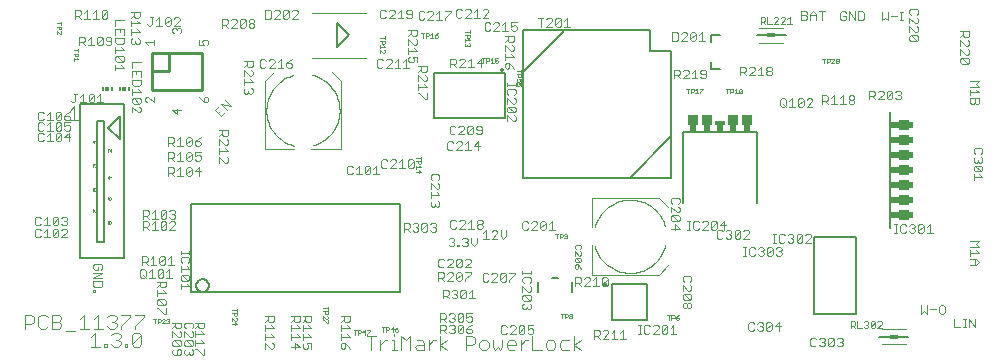
<source format=gto>
G75*
G70*
%OFA0B0*%
%FSLAX24Y24*%
%IPPOS*%
%LPD*%
%AMOC8*
5,1,8,0,0,1.08239X$1,22.5*
%
%ADD10C,0.0040*%
%ADD11C,0.0080*%
%ADD12R,0.0375X0.0354*%
%ADD13R,0.0375X0.0354*%
%ADD14R,0.0768X0.0236*%
%ADD15C,0.0030*%
%ADD16C,0.0138*%
%ADD17C,0.0050*%
%ADD18C,0.0060*%
%ADD19C,0.0010*%
%ADD20R,0.0059X0.0118*%
%ADD21R,0.0118X0.0118*%
%ADD22C,0.0020*%
%ADD23C,0.0100*%
%ADD24R,0.0236X0.0315*%
%ADD25R,0.0354X0.0374*%
%ADD26R,0.0354X0.0138*%
%ADD27R,0.0276X0.0118*%
%ADD28C,0.0028*%
D10*
X023130Y040826D02*
X023437Y040826D01*
X023284Y040826D02*
X023284Y041287D01*
X023130Y041133D01*
X023079Y041426D02*
X022772Y041426D01*
X022925Y041426D02*
X022925Y041887D01*
X022772Y041733D01*
X022618Y041350D02*
X022311Y041350D01*
X022158Y041503D02*
X022081Y041426D01*
X021851Y041426D01*
X021851Y041887D01*
X022081Y041887D01*
X022158Y041810D01*
X022158Y041733D01*
X022081Y041657D01*
X021851Y041657D01*
X021697Y041810D02*
X021621Y041887D01*
X021467Y041887D01*
X021391Y041810D01*
X021391Y041503D01*
X021467Y041426D01*
X021621Y041426D01*
X021697Y041503D01*
X022081Y041657D02*
X022158Y041580D01*
X022158Y041503D01*
X021237Y041657D02*
X021160Y041580D01*
X020930Y041580D01*
X020930Y041426D02*
X020930Y041887D01*
X021160Y041887D01*
X021237Y041810D01*
X021237Y041657D01*
X023232Y041733D02*
X023385Y041887D01*
X023385Y041426D01*
X023232Y041426D02*
X023539Y041426D01*
X023692Y041503D02*
X023769Y041426D01*
X023923Y041426D01*
X023999Y041503D01*
X023999Y041580D01*
X023923Y041657D01*
X023846Y041657D01*
X023923Y041657D02*
X023999Y041733D01*
X023999Y041810D01*
X023923Y041887D01*
X023769Y041887D01*
X023692Y041810D01*
X024153Y041887D02*
X024460Y041887D01*
X024460Y041810D01*
X024153Y041503D01*
X024153Y041426D01*
X024051Y041287D02*
X024128Y041210D01*
X024128Y041133D01*
X024051Y041057D01*
X024128Y040980D01*
X024128Y040903D01*
X024051Y040826D01*
X023897Y040826D01*
X023821Y040903D01*
X023667Y040903D02*
X023667Y040826D01*
X023591Y040826D01*
X023591Y040903D01*
X023667Y040903D01*
X023821Y041210D02*
X023897Y041287D01*
X024051Y041287D01*
X024051Y041057D02*
X023974Y041057D01*
X024281Y040903D02*
X024358Y040903D01*
X024358Y040826D01*
X024281Y040826D01*
X024281Y040903D01*
X024511Y040903D02*
X024818Y041210D01*
X024818Y040903D01*
X024741Y040826D01*
X024588Y040826D01*
X024511Y040903D01*
X024511Y041210D01*
X024588Y041287D01*
X024741Y041287D01*
X024818Y041210D01*
X024613Y041426D02*
X024613Y041503D01*
X024920Y041810D01*
X024920Y041887D01*
X024613Y041887D01*
X028931Y047427D02*
X028931Y049671D01*
X029246Y049986D01*
X030520Y050456D02*
X032300Y050456D01*
X031490Y049671D02*
X031490Y047427D01*
X030486Y047427D01*
X029895Y047427D02*
X028931Y047427D01*
X029905Y047526D02*
X029838Y047545D01*
X029773Y047568D01*
X029709Y047595D01*
X029647Y047625D01*
X029586Y047659D01*
X029528Y047695D01*
X029472Y047736D01*
X029418Y047779D01*
X029366Y047825D01*
X029318Y047875D01*
X029272Y047927D01*
X029229Y047981D01*
X029190Y048038D01*
X029153Y048097D01*
X029120Y048158D01*
X029091Y048220D01*
X029065Y048284D01*
X029043Y048350D01*
X029025Y048417D01*
X029010Y048484D01*
X029000Y048553D01*
X028993Y048622D01*
X028990Y048691D01*
X028991Y048760D01*
X028996Y048829D01*
X029005Y048898D01*
X029018Y048966D01*
X029035Y049033D01*
X029055Y049099D01*
X029079Y049164D01*
X029107Y049227D01*
X029138Y049289D01*
X029173Y049348D01*
X029211Y049406D01*
X029253Y049462D01*
X029297Y049515D01*
X029345Y049565D01*
X029395Y049613D01*
X029448Y049657D01*
X029503Y049699D01*
X029560Y049738D01*
X029620Y049773D01*
X029682Y049804D01*
X029745Y049832D01*
X029809Y049857D01*
X029875Y049878D01*
X030515Y049887D02*
X030582Y049868D01*
X030647Y049845D01*
X030711Y049818D01*
X030773Y049788D01*
X030834Y049754D01*
X030892Y049718D01*
X030948Y049677D01*
X031002Y049634D01*
X031054Y049588D01*
X031102Y049538D01*
X031148Y049486D01*
X031191Y049432D01*
X031230Y049375D01*
X031267Y049316D01*
X031300Y049255D01*
X031329Y049193D01*
X031355Y049129D01*
X031377Y049063D01*
X031395Y048996D01*
X031410Y048929D01*
X031420Y048860D01*
X031427Y048791D01*
X031430Y048722D01*
X031429Y048653D01*
X031424Y048584D01*
X031415Y048515D01*
X031402Y048447D01*
X031385Y048380D01*
X031365Y048314D01*
X031341Y048249D01*
X031313Y048186D01*
X031282Y048124D01*
X031247Y048065D01*
X031209Y048007D01*
X031167Y047951D01*
X031123Y047898D01*
X031075Y047848D01*
X031025Y047800D01*
X030972Y047756D01*
X030917Y047714D01*
X030860Y047675D01*
X030800Y047640D01*
X030738Y047609D01*
X030675Y047581D01*
X030611Y047556D01*
X030545Y047535D01*
X031490Y049671D02*
X031175Y049986D01*
X030520Y051956D02*
X032300Y051956D01*
X039831Y045786D02*
X042075Y045786D01*
X042390Y045471D01*
X042281Y044841D02*
X042260Y044907D01*
X042235Y044971D01*
X042207Y045034D01*
X042176Y045096D01*
X042141Y045156D01*
X042102Y045213D01*
X042060Y045268D01*
X042016Y045321D01*
X041968Y045371D01*
X041918Y045419D01*
X041865Y045463D01*
X041809Y045505D01*
X041751Y045543D01*
X041692Y045578D01*
X041630Y045609D01*
X041567Y045637D01*
X041502Y045661D01*
X041436Y045681D01*
X041369Y045698D01*
X041301Y045711D01*
X041232Y045720D01*
X041163Y045725D01*
X041094Y045726D01*
X041025Y045723D01*
X040956Y045716D01*
X040887Y045706D01*
X040820Y045691D01*
X040753Y045673D01*
X040687Y045651D01*
X040623Y045625D01*
X040561Y045596D01*
X040500Y045563D01*
X040441Y045526D01*
X040384Y045487D01*
X040330Y045444D01*
X040278Y045398D01*
X040228Y045350D01*
X040182Y045298D01*
X040139Y045244D01*
X040098Y045188D01*
X040062Y045130D01*
X040028Y045069D01*
X039998Y045007D01*
X039971Y044943D01*
X039948Y044878D01*
X039929Y044811D01*
X039831Y044821D02*
X039831Y045786D01*
X039831Y044231D02*
X039831Y043227D01*
X042075Y043227D01*
X042390Y043542D01*
X042291Y044201D02*
X042272Y044134D01*
X042249Y044069D01*
X042222Y044005D01*
X042192Y043943D01*
X042158Y043882D01*
X042122Y043824D01*
X042081Y043768D01*
X042038Y043714D01*
X041992Y043662D01*
X041942Y043614D01*
X041890Y043568D01*
X041836Y043525D01*
X041779Y043486D01*
X041720Y043449D01*
X041659Y043416D01*
X041597Y043387D01*
X041533Y043361D01*
X041467Y043339D01*
X041400Y043321D01*
X041333Y043306D01*
X041264Y043296D01*
X041195Y043289D01*
X041126Y043286D01*
X041057Y043287D01*
X040988Y043292D01*
X040919Y043301D01*
X040851Y043314D01*
X040784Y043331D01*
X040718Y043351D01*
X040653Y043375D01*
X040590Y043403D01*
X040528Y043434D01*
X040469Y043469D01*
X040411Y043507D01*
X040355Y043549D01*
X040302Y043593D01*
X040252Y043641D01*
X040204Y043691D01*
X040160Y043744D01*
X040118Y043799D01*
X040079Y043856D01*
X040044Y043916D01*
X040013Y043978D01*
X039985Y044041D01*
X039960Y044105D01*
X039939Y044171D01*
X039236Y041187D02*
X039236Y040726D01*
X039236Y040880D02*
X039466Y041033D01*
X039236Y040880D02*
X039466Y040726D01*
X039082Y040726D02*
X038852Y040726D01*
X038775Y040803D01*
X038775Y040957D01*
X038852Y041033D01*
X039082Y041033D01*
X038622Y040957D02*
X038545Y041033D01*
X038391Y041033D01*
X038315Y040957D01*
X038315Y040803D01*
X038391Y040726D01*
X038545Y040726D01*
X038622Y040803D01*
X038622Y040957D01*
X038161Y040726D02*
X037854Y040726D01*
X037854Y041187D01*
X037701Y041033D02*
X037624Y041033D01*
X037471Y040880D01*
X037471Y041033D02*
X037471Y040726D01*
X037317Y040880D02*
X037010Y040880D01*
X037010Y040957D02*
X037087Y041033D01*
X037241Y041033D01*
X037317Y040957D01*
X037317Y040880D01*
X037241Y040726D02*
X037087Y040726D01*
X037010Y040803D01*
X037010Y040957D01*
X036857Y041033D02*
X036857Y040803D01*
X036780Y040726D01*
X036704Y040803D01*
X036627Y040726D01*
X036550Y040803D01*
X036550Y041033D01*
X036397Y040957D02*
X036320Y041033D01*
X036166Y041033D01*
X036090Y040957D01*
X036090Y040803D01*
X036166Y040726D01*
X036320Y040726D01*
X036397Y040803D01*
X036397Y040957D01*
X035936Y040957D02*
X035860Y040880D01*
X035629Y040880D01*
X035629Y040726D02*
X035629Y041187D01*
X035860Y041187D01*
X035936Y041110D01*
X035936Y040957D01*
X035016Y041033D02*
X034785Y040880D01*
X035016Y040726D01*
X034785Y040726D02*
X034785Y041187D01*
X034632Y041033D02*
X034555Y041033D01*
X034402Y040880D01*
X034402Y041033D02*
X034402Y040726D01*
X034248Y040726D02*
X034018Y040726D01*
X033941Y040803D01*
X034018Y040880D01*
X034248Y040880D01*
X034248Y040957D02*
X034248Y040726D01*
X034248Y040957D02*
X034172Y041033D01*
X034018Y041033D01*
X033788Y041187D02*
X033788Y040726D01*
X033481Y040726D02*
X033481Y041187D01*
X033635Y041033D01*
X033788Y041187D01*
X033251Y041187D02*
X033251Y041264D01*
X033251Y041033D02*
X033174Y041033D01*
X033251Y041033D02*
X033251Y040726D01*
X033174Y040726D02*
X033328Y040726D01*
X033021Y041033D02*
X032944Y041033D01*
X032791Y040880D01*
X032791Y041033D02*
X032791Y040726D01*
X032484Y040726D02*
X032484Y041187D01*
X032637Y041187D02*
X032330Y041187D01*
X022739Y048386D02*
X022432Y048386D01*
X022586Y048386D02*
X022586Y048847D01*
X022432Y048693D01*
D11*
X031334Y050813D02*
X031334Y051600D01*
X031737Y051206D01*
X031334Y050813D01*
X034577Y049934D02*
X034577Y048434D01*
X036939Y048434D01*
X036939Y049934D01*
X034577Y049934D01*
X042870Y047988D02*
X042870Y045625D01*
X042870Y047988D02*
X045350Y047988D01*
X045350Y045625D01*
X047260Y044497D02*
X047260Y041916D01*
X048660Y041916D01*
X048660Y044497D01*
X047260Y044497D01*
X049776Y044777D02*
X049776Y048636D01*
X039170Y042976D02*
X039170Y042637D01*
X038716Y043126D02*
X038505Y043126D01*
X038050Y042976D02*
X038050Y042637D01*
D12*
X050238Y046706D03*
D13*
X050238Y046206D03*
X050238Y045706D03*
X050238Y045206D03*
X050238Y047206D03*
X050238Y047706D03*
X050238Y048206D03*
D14*
X050179Y048206D03*
X050179Y047706D03*
X050179Y047206D03*
X050179Y046706D03*
X050179Y046206D03*
X050179Y045706D03*
X050179Y045206D03*
D15*
X050167Y044913D02*
X050119Y044865D01*
X050119Y044671D01*
X050167Y044623D01*
X050264Y044623D01*
X050313Y044671D01*
X050414Y044671D02*
X050462Y044623D01*
X050559Y044623D01*
X050607Y044671D01*
X050607Y044720D01*
X050559Y044768D01*
X050511Y044768D01*
X050559Y044768D02*
X050607Y044816D01*
X050607Y044865D01*
X050559Y044913D01*
X050462Y044913D01*
X050414Y044865D01*
X050313Y044865D02*
X050264Y044913D01*
X050167Y044913D01*
X050019Y044913D02*
X049923Y044913D01*
X049971Y044913D02*
X049971Y044623D01*
X049923Y044623D02*
X050019Y044623D01*
X050708Y044671D02*
X050902Y044865D01*
X050902Y044671D01*
X050854Y044623D01*
X050757Y044623D01*
X050708Y044671D01*
X050708Y044865D01*
X050757Y044913D01*
X050854Y044913D01*
X050902Y044865D01*
X051003Y044816D02*
X051100Y044913D01*
X051100Y044623D01*
X051003Y044623D02*
X051197Y044623D01*
X052455Y044341D02*
X052745Y044341D01*
X052649Y044245D01*
X052745Y044148D01*
X052455Y044148D01*
X052455Y044047D02*
X052455Y043853D01*
X052455Y043950D02*
X052745Y043950D01*
X052649Y044047D01*
X052649Y043752D02*
X052745Y043655D01*
X052649Y043559D01*
X052455Y043559D01*
X052600Y043559D02*
X052600Y043752D01*
X052649Y043752D02*
X052455Y043752D01*
X051560Y042212D02*
X051608Y042163D01*
X051608Y041970D01*
X051560Y041921D01*
X051463Y041921D01*
X051415Y041970D01*
X051415Y042163D01*
X051463Y042212D01*
X051560Y042212D01*
X051313Y042067D02*
X051120Y042067D01*
X051019Y042212D02*
X051019Y041921D01*
X050922Y042018D01*
X050825Y041921D01*
X050825Y042212D01*
X051925Y041762D02*
X051925Y041471D01*
X052119Y041471D01*
X052220Y041471D02*
X052317Y041471D01*
X052268Y041471D02*
X052268Y041762D01*
X052220Y041762D02*
X052317Y041762D01*
X052416Y041762D02*
X052610Y041471D01*
X052610Y041762D01*
X052416Y041762D02*
X052416Y041471D01*
X048198Y041079D02*
X048198Y041031D01*
X048149Y040982D01*
X048198Y040934D01*
X048198Y040885D01*
X048149Y040837D01*
X048053Y040837D01*
X048004Y040885D01*
X047903Y040885D02*
X047855Y040837D01*
X047758Y040837D01*
X047710Y040885D01*
X047903Y041079D01*
X047903Y040885D01*
X047710Y040885D02*
X047710Y041079D01*
X047758Y041127D01*
X047855Y041127D01*
X047903Y041079D01*
X048004Y041079D02*
X048053Y041127D01*
X048149Y041127D01*
X048198Y041079D01*
X048149Y040982D02*
X048101Y040982D01*
X047609Y040934D02*
X047609Y040885D01*
X047560Y040837D01*
X047463Y040837D01*
X047415Y040885D01*
X047314Y040885D02*
X047266Y040837D01*
X047169Y040837D01*
X047120Y040885D01*
X047120Y041079D01*
X047169Y041127D01*
X047266Y041127D01*
X047314Y041079D01*
X047415Y041079D02*
X047463Y041127D01*
X047560Y041127D01*
X047609Y041079D01*
X047609Y041031D01*
X047560Y040982D01*
X047609Y040934D01*
X047560Y040982D02*
X047512Y040982D01*
X046134Y041502D02*
X045940Y041502D01*
X046085Y041647D01*
X046085Y041357D01*
X045839Y041405D02*
X045791Y041357D01*
X045694Y041357D01*
X045645Y041405D01*
X045839Y041598D01*
X045839Y041405D01*
X045839Y041598D02*
X045791Y041647D01*
X045694Y041647D01*
X045645Y041598D01*
X045645Y041405D01*
X045544Y041405D02*
X045496Y041357D01*
X045399Y041357D01*
X045351Y041405D01*
X045250Y041405D02*
X045201Y041357D01*
X045105Y041357D01*
X045056Y041405D01*
X045056Y041598D01*
X045105Y041647D01*
X045201Y041647D01*
X045250Y041598D01*
X045351Y041598D02*
X045399Y041647D01*
X045496Y041647D01*
X045544Y041598D01*
X045544Y041550D01*
X045496Y041502D01*
X045544Y041453D01*
X045544Y041405D01*
X045496Y041502D02*
X045448Y041502D01*
X045430Y043855D02*
X045382Y043903D01*
X045430Y043855D02*
X045527Y043855D01*
X045575Y043903D01*
X045575Y043951D01*
X045527Y044000D01*
X045478Y044000D01*
X045527Y044000D02*
X045575Y044048D01*
X045575Y044096D01*
X045527Y044145D01*
X045430Y044145D01*
X045382Y044096D01*
X045281Y044096D02*
X045232Y044145D01*
X045135Y044145D01*
X045087Y044096D01*
X045087Y043903D01*
X045135Y043855D01*
X045232Y043855D01*
X045281Y043903D01*
X044987Y043855D02*
X044891Y043855D01*
X044939Y043855D02*
X044939Y044145D01*
X044891Y044145D02*
X044987Y044145D01*
X045083Y044431D02*
X044889Y044431D01*
X045083Y044625D01*
X045083Y044673D01*
X045034Y044722D01*
X044938Y044722D01*
X044889Y044673D01*
X044788Y044673D02*
X044595Y044480D01*
X044643Y044431D01*
X044740Y044431D01*
X044788Y044480D01*
X044788Y044673D01*
X044740Y044722D01*
X044643Y044722D01*
X044595Y044673D01*
X044595Y044480D01*
X044493Y044480D02*
X044445Y044431D01*
X044348Y044431D01*
X044300Y044480D01*
X044199Y044480D02*
X044150Y044431D01*
X044054Y044431D01*
X044005Y044480D01*
X044005Y044673D01*
X044054Y044722D01*
X044150Y044722D01*
X044199Y044673D01*
X044251Y044731D02*
X044251Y045022D01*
X044106Y044877D01*
X044299Y044877D01*
X044348Y044722D02*
X044445Y044722D01*
X044493Y044673D01*
X044493Y044625D01*
X044445Y044577D01*
X044493Y044528D01*
X044493Y044480D01*
X044445Y044577D02*
X044397Y044577D01*
X044300Y044673D02*
X044348Y044722D01*
X044004Y044780D02*
X043956Y044731D01*
X043859Y044731D01*
X043811Y044780D01*
X044004Y044973D01*
X044004Y044780D01*
X043811Y044780D02*
X043811Y044973D01*
X043859Y045022D01*
X043956Y045022D01*
X044004Y044973D01*
X043710Y044973D02*
X043661Y045022D01*
X043565Y045022D01*
X043516Y044973D01*
X043415Y044973D02*
X043367Y045022D01*
X043270Y045022D01*
X043222Y044973D01*
X043222Y044780D01*
X043270Y044731D01*
X043367Y044731D01*
X043415Y044780D01*
X043516Y044731D02*
X043710Y044925D01*
X043710Y044973D01*
X043710Y044731D02*
X043516Y044731D01*
X043122Y044731D02*
X043025Y044731D01*
X043074Y044731D02*
X043074Y045022D01*
X043122Y045022D02*
X043025Y045022D01*
X042766Y045058D02*
X042718Y045009D01*
X042524Y045203D01*
X042476Y045155D01*
X042476Y045058D01*
X042524Y045009D01*
X042718Y045009D01*
X042766Y045058D02*
X042766Y045155D01*
X042718Y045203D01*
X042524Y045203D01*
X042476Y045304D02*
X042476Y045498D01*
X042669Y045304D01*
X042718Y045304D01*
X042766Y045352D01*
X042766Y045449D01*
X042718Y045498D01*
X042718Y045599D02*
X042766Y045647D01*
X042766Y045744D01*
X042718Y045792D01*
X042524Y045792D01*
X042476Y045744D01*
X042476Y045647D01*
X042524Y045599D01*
X042621Y044908D02*
X042621Y044715D01*
X042766Y044763D02*
X042621Y044908D01*
X042476Y044763D02*
X042766Y044763D01*
X042914Y043181D02*
X042865Y043133D01*
X042865Y043036D01*
X042914Y042988D01*
X042865Y042887D02*
X043059Y042693D01*
X043107Y042693D01*
X043155Y042742D01*
X043155Y042838D01*
X043107Y042887D01*
X043107Y042988D02*
X043155Y043036D01*
X043155Y043133D01*
X043107Y043181D01*
X042914Y043181D01*
X042865Y042887D02*
X042865Y042693D01*
X042914Y042592D02*
X043107Y042399D01*
X042914Y042399D01*
X042865Y042447D01*
X042865Y042544D01*
X042914Y042592D01*
X043107Y042592D01*
X043155Y042544D01*
X043155Y042447D01*
X043107Y042399D01*
X043107Y042298D02*
X043059Y042298D01*
X043010Y042249D01*
X043010Y042152D01*
X042962Y042104D01*
X042914Y042104D01*
X042865Y042152D01*
X042865Y042249D01*
X042914Y042298D01*
X042962Y042298D01*
X043010Y042249D01*
X043010Y042152D02*
X043059Y042104D01*
X043107Y042104D01*
X043155Y042152D01*
X043155Y042249D01*
X043107Y042298D01*
X042557Y041557D02*
X042557Y041266D01*
X042461Y041266D02*
X042654Y041266D01*
X042461Y041460D02*
X042557Y041557D01*
X042359Y041508D02*
X042166Y041315D01*
X042214Y041266D01*
X042311Y041266D01*
X042359Y041315D01*
X042359Y041508D01*
X042311Y041557D01*
X042214Y041557D01*
X042166Y041508D01*
X042166Y041315D01*
X042065Y041266D02*
X041871Y041266D01*
X042065Y041460D01*
X042065Y041508D01*
X042016Y041557D01*
X041920Y041557D01*
X041871Y041508D01*
X041770Y041508D02*
X041722Y041557D01*
X041625Y041557D01*
X041577Y041508D01*
X041577Y041315D01*
X041625Y041266D01*
X041722Y041266D01*
X041770Y041315D01*
X041477Y041266D02*
X041380Y041266D01*
X041429Y041266D02*
X041429Y041557D01*
X041477Y041557D02*
X041380Y041557D01*
X040886Y041382D02*
X040886Y041091D01*
X040789Y041091D02*
X040983Y041091D01*
X040789Y041285D02*
X040886Y041382D01*
X040591Y041382D02*
X040591Y041091D01*
X040495Y041091D02*
X040688Y041091D01*
X040495Y041285D02*
X040591Y041382D01*
X040393Y041333D02*
X040345Y041382D01*
X040248Y041382D01*
X040200Y041333D01*
X040099Y041333D02*
X040099Y041237D01*
X040050Y041188D01*
X039905Y041188D01*
X039905Y041091D02*
X039905Y041382D01*
X040050Y041382D01*
X040099Y041333D01*
X040002Y041188D02*
X040099Y041091D01*
X040200Y041091D02*
X040393Y041285D01*
X040393Y041333D01*
X040393Y041091D02*
X040200Y041091D01*
X040223Y042846D02*
X040174Y042895D01*
X040368Y043088D01*
X040368Y042895D01*
X040319Y042846D01*
X040223Y042846D01*
X040174Y042895D02*
X040174Y043088D01*
X040223Y043137D01*
X040319Y043137D01*
X040368Y043088D01*
X040073Y042846D02*
X039880Y042846D01*
X039976Y042846D02*
X039976Y043137D01*
X039880Y043040D01*
X039778Y043040D02*
X039585Y042846D01*
X039778Y042846D01*
X039778Y043040D02*
X039778Y043088D01*
X039730Y043137D01*
X039633Y043137D01*
X039585Y043088D01*
X039484Y043088D02*
X039484Y042992D01*
X039435Y042943D01*
X039290Y042943D01*
X039290Y042846D02*
X039290Y043137D01*
X039435Y043137D01*
X039484Y043088D01*
X039387Y042943D02*
X039484Y042846D01*
X037815Y042802D02*
X037767Y042850D01*
X037815Y042802D02*
X037815Y042705D01*
X037767Y042657D01*
X037719Y042657D01*
X037525Y042850D01*
X037525Y042657D01*
X037574Y042556D02*
X037767Y042362D01*
X037574Y042362D01*
X037525Y042411D01*
X037525Y042507D01*
X037574Y042556D01*
X037767Y042556D01*
X037815Y042507D01*
X037815Y042411D01*
X037767Y042362D01*
X037767Y042261D02*
X037815Y042213D01*
X037815Y042116D01*
X037767Y042068D01*
X037719Y042068D01*
X037670Y042116D01*
X037622Y042068D01*
X037574Y042068D01*
X037525Y042116D01*
X037525Y042213D01*
X037574Y042261D01*
X037670Y042164D02*
X037670Y042116D01*
X037695Y041534D02*
X037695Y041389D01*
X037792Y041437D01*
X037840Y041437D01*
X037888Y041389D01*
X037888Y041292D01*
X037840Y041244D01*
X037743Y041244D01*
X037695Y041292D01*
X037594Y041292D02*
X037545Y041244D01*
X037449Y041244D01*
X037400Y041292D01*
X037594Y041486D01*
X037594Y041292D01*
X037400Y041292D02*
X037400Y041486D01*
X037449Y041534D01*
X037545Y041534D01*
X037594Y041486D01*
X037695Y041534D02*
X037888Y041534D01*
X037299Y041486D02*
X037251Y041534D01*
X037154Y041534D01*
X037106Y041486D01*
X037005Y041486D02*
X036956Y041534D01*
X036859Y041534D01*
X036811Y041486D01*
X036811Y041292D01*
X036859Y041244D01*
X036956Y041244D01*
X037005Y041292D01*
X037106Y041244D02*
X037299Y041437D01*
X037299Y041486D01*
X037299Y041244D02*
X037106Y041244D01*
X035853Y041320D02*
X035853Y041368D01*
X035804Y041417D01*
X035659Y041417D01*
X035659Y041320D01*
X035708Y041271D01*
X035804Y041271D01*
X035853Y041320D01*
X035756Y041513D02*
X035659Y041417D01*
X035756Y041513D02*
X035853Y041562D01*
X035804Y041651D02*
X035708Y041651D01*
X035659Y041700D01*
X035659Y041797D02*
X035756Y041845D01*
X035804Y041845D01*
X035853Y041797D01*
X035853Y041700D01*
X035804Y041651D01*
X035659Y041797D02*
X035659Y041942D01*
X035853Y041942D01*
X035558Y041893D02*
X035365Y041700D01*
X035413Y041651D01*
X035510Y041651D01*
X035558Y041700D01*
X035558Y041893D01*
X035510Y041942D01*
X035413Y041942D01*
X035365Y041893D01*
X035365Y041700D01*
X035263Y041700D02*
X035215Y041651D01*
X035118Y041651D01*
X035070Y041700D01*
X034969Y041651D02*
X034872Y041748D01*
X034920Y041748D02*
X034775Y041748D01*
X034775Y041651D02*
X034775Y041942D01*
X034920Y041942D01*
X034969Y041893D01*
X034969Y041797D01*
X034920Y041748D01*
X034920Y041562D02*
X034969Y041513D01*
X034969Y041417D01*
X034920Y041368D01*
X034775Y041368D01*
X034775Y041271D02*
X034775Y041562D01*
X034920Y041562D01*
X035070Y041513D02*
X035118Y041562D01*
X035215Y041562D01*
X035263Y041513D01*
X035263Y041465D01*
X035215Y041417D01*
X035263Y041368D01*
X035263Y041320D01*
X035215Y041271D01*
X035118Y041271D01*
X035070Y041320D01*
X034969Y041271D02*
X034872Y041368D01*
X035167Y041417D02*
X035215Y041417D01*
X035365Y041513D02*
X035413Y041562D01*
X035510Y041562D01*
X035558Y041513D01*
X035365Y041320D01*
X035413Y041271D01*
X035510Y041271D01*
X035558Y041320D01*
X035558Y041513D01*
X035365Y041513D02*
X035365Y041320D01*
X035263Y041700D02*
X035263Y041748D01*
X035215Y041797D01*
X035167Y041797D01*
X035215Y041797D02*
X035263Y041845D01*
X035263Y041893D01*
X035215Y041942D01*
X035118Y041942D01*
X035070Y041893D01*
X035061Y042434D02*
X034964Y042530D01*
X035013Y042530D02*
X034868Y042530D01*
X034868Y042434D02*
X034868Y042724D01*
X035013Y042724D01*
X035061Y042676D01*
X035061Y042579D01*
X035013Y042530D01*
X035162Y042482D02*
X035211Y042434D01*
X035308Y042434D01*
X035356Y042482D01*
X035356Y042530D01*
X035308Y042579D01*
X035259Y042579D01*
X035308Y042579D02*
X035356Y042627D01*
X035356Y042676D01*
X035308Y042724D01*
X035211Y042724D01*
X035162Y042676D01*
X035457Y042676D02*
X035505Y042724D01*
X035602Y042724D01*
X035651Y042676D01*
X035457Y042482D01*
X035505Y042434D01*
X035602Y042434D01*
X035651Y042482D01*
X035651Y042676D01*
X035752Y042627D02*
X035848Y042724D01*
X035848Y042434D01*
X035752Y042434D02*
X035945Y042434D01*
X035457Y042482D02*
X035457Y042676D01*
X035460Y043021D02*
X035363Y043021D01*
X035315Y043070D01*
X035508Y043263D01*
X035508Y043070D01*
X035460Y043021D01*
X035609Y043021D02*
X035609Y043070D01*
X035803Y043263D01*
X035803Y043312D01*
X035609Y043312D01*
X035508Y043263D02*
X035460Y043312D01*
X035363Y043312D01*
X035315Y043263D01*
X035315Y043070D01*
X035213Y043021D02*
X035020Y043021D01*
X035213Y043215D01*
X035213Y043263D01*
X035165Y043312D01*
X035068Y043312D01*
X035020Y043263D01*
X034919Y043263D02*
X034919Y043167D01*
X034870Y043118D01*
X034725Y043118D01*
X034725Y043021D02*
X034725Y043312D01*
X034870Y043312D01*
X034919Y043263D01*
X034822Y043118D02*
X034919Y043021D01*
X034870Y043471D02*
X034919Y043520D01*
X034870Y043471D02*
X034774Y043471D01*
X034725Y043520D01*
X034725Y043713D01*
X034774Y043762D01*
X034870Y043762D01*
X034919Y043713D01*
X035020Y043713D02*
X035068Y043762D01*
X035165Y043762D01*
X035213Y043713D01*
X035213Y043665D01*
X035020Y043471D01*
X035213Y043471D01*
X035315Y043520D02*
X035508Y043713D01*
X035508Y043520D01*
X035460Y043471D01*
X035363Y043471D01*
X035315Y043520D01*
X035315Y043713D01*
X035363Y043762D01*
X035460Y043762D01*
X035508Y043713D01*
X035609Y043713D02*
X035658Y043762D01*
X035754Y043762D01*
X035803Y043713D01*
X035803Y043665D01*
X035609Y043471D01*
X035803Y043471D01*
X036195Y043233D02*
X036195Y043040D01*
X036244Y042991D01*
X036340Y042991D01*
X036389Y043040D01*
X036490Y042991D02*
X036683Y043185D01*
X036683Y043233D01*
X036635Y043282D01*
X036538Y043282D01*
X036490Y043233D01*
X036389Y043233D02*
X036340Y043282D01*
X036244Y043282D01*
X036195Y043233D01*
X036490Y042991D02*
X036683Y042991D01*
X036785Y043040D02*
X036978Y043233D01*
X036978Y043040D01*
X036930Y042991D01*
X036833Y042991D01*
X036785Y043040D01*
X036785Y043233D01*
X036833Y043282D01*
X036930Y043282D01*
X036978Y043233D01*
X037079Y043282D02*
X037273Y043282D01*
X037273Y043233D01*
X037079Y043040D01*
X037079Y042991D01*
X037525Y043000D02*
X037574Y042952D01*
X037525Y043000D02*
X037525Y043097D01*
X037574Y043145D01*
X037767Y043145D01*
X037815Y043097D01*
X037815Y043000D01*
X037767Y042952D01*
X037815Y043245D02*
X037815Y043341D01*
X037815Y043293D02*
X037525Y043293D01*
X037525Y043341D02*
X037525Y043245D01*
X036891Y044411D02*
X036988Y044508D01*
X036988Y044702D01*
X036795Y044702D02*
X036795Y044508D01*
X036891Y044411D01*
X036693Y044411D02*
X036500Y044411D01*
X036693Y044605D01*
X036693Y044653D01*
X036645Y044702D01*
X036548Y044702D01*
X036500Y044653D01*
X036302Y044702D02*
X036302Y044411D01*
X036205Y044411D02*
X036399Y044411D01*
X036205Y044605D02*
X036302Y044702D01*
X036203Y044810D02*
X036154Y044761D01*
X036058Y044761D01*
X036009Y044810D01*
X036009Y044858D01*
X036058Y044907D01*
X036154Y044907D01*
X036203Y044858D01*
X036203Y044810D01*
X036154Y044907D02*
X036203Y044955D01*
X036203Y045003D01*
X036154Y045052D01*
X036058Y045052D01*
X036009Y045003D01*
X036009Y044955D01*
X036058Y044907D01*
X035908Y044761D02*
X035715Y044761D01*
X035811Y044761D02*
X035811Y045052D01*
X035715Y044955D01*
X035613Y044955D02*
X035613Y045003D01*
X035565Y045052D01*
X035468Y045052D01*
X035420Y045003D01*
X035319Y045003D02*
X035270Y045052D01*
X035174Y045052D01*
X035125Y045003D01*
X035125Y044810D01*
X035174Y044761D01*
X035270Y044761D01*
X035319Y044810D01*
X035420Y044761D02*
X035613Y044955D01*
X035613Y044761D02*
X035420Y044761D01*
X035556Y044462D02*
X035652Y044462D01*
X035701Y044413D01*
X035701Y044365D01*
X035652Y044317D01*
X035701Y044268D01*
X035701Y044220D01*
X035652Y044171D01*
X035556Y044171D01*
X035507Y044220D01*
X035408Y044220D02*
X035408Y044171D01*
X035360Y044171D01*
X035360Y044220D01*
X035408Y044220D01*
X035259Y044220D02*
X035210Y044171D01*
X035114Y044171D01*
X035065Y044220D01*
X035162Y044317D02*
X035210Y044317D01*
X035259Y044268D01*
X035259Y044220D01*
X035210Y044317D02*
X035259Y044365D01*
X035259Y044413D01*
X035210Y044462D01*
X035114Y044462D01*
X035065Y044413D01*
X035507Y044413D02*
X035556Y044462D01*
X035604Y044317D02*
X035652Y044317D01*
X035802Y044268D02*
X035899Y044171D01*
X035995Y044268D01*
X035995Y044462D01*
X035802Y044462D02*
X035802Y044268D01*
X034647Y044708D02*
X034599Y044659D01*
X034502Y044659D01*
X034454Y044708D01*
X034352Y044708D02*
X034304Y044659D01*
X034207Y044659D01*
X034159Y044708D01*
X034352Y044901D01*
X034352Y044708D01*
X034159Y044708D02*
X034159Y044901D01*
X034207Y044950D01*
X034304Y044950D01*
X034352Y044901D01*
X034454Y044901D02*
X034502Y044950D01*
X034599Y044950D01*
X034647Y044901D01*
X034647Y044853D01*
X034599Y044805D01*
X034647Y044756D01*
X034647Y044708D01*
X034599Y044805D02*
X034550Y044805D01*
X034058Y044853D02*
X034009Y044805D01*
X034058Y044756D01*
X034058Y044708D01*
X034009Y044659D01*
X033913Y044659D01*
X033864Y044708D01*
X033763Y044659D02*
X033666Y044756D01*
X033715Y044756D02*
X033570Y044756D01*
X033570Y044659D02*
X033570Y044950D01*
X033715Y044950D01*
X033763Y044901D01*
X033763Y044805D01*
X033715Y044756D01*
X033864Y044901D02*
X033913Y044950D01*
X034009Y044950D01*
X034058Y044901D01*
X034058Y044853D01*
X034009Y044805D02*
X033961Y044805D01*
X034517Y045492D02*
X034469Y045540D01*
X034469Y045637D01*
X034517Y045685D01*
X034469Y045786D02*
X034469Y045980D01*
X034469Y045883D02*
X034759Y045883D01*
X034662Y045980D01*
X034662Y046081D02*
X034711Y046081D01*
X034759Y046129D01*
X034759Y046226D01*
X034711Y046275D01*
X034711Y046376D02*
X034759Y046424D01*
X034759Y046521D01*
X034711Y046569D01*
X034517Y046569D01*
X034469Y046521D01*
X034469Y046424D01*
X034517Y046376D01*
X034469Y046275D02*
X034662Y046081D01*
X034469Y046081D02*
X034469Y046275D01*
X034711Y045685D02*
X034759Y045637D01*
X034759Y045540D01*
X034711Y045492D01*
X034662Y045492D01*
X034614Y045540D01*
X034565Y045492D01*
X034517Y045492D01*
X034614Y045540D02*
X034614Y045589D01*
X033852Y046783D02*
X033755Y046783D01*
X033707Y046831D01*
X033900Y047025D01*
X033900Y046831D01*
X033852Y046783D01*
X033707Y046831D02*
X033707Y047025D01*
X033755Y047073D01*
X033852Y047073D01*
X033900Y047025D01*
X033606Y046783D02*
X033412Y046783D01*
X033509Y046783D02*
X033509Y047073D01*
X033412Y046976D01*
X033311Y046976D02*
X033311Y047025D01*
X033263Y047073D01*
X033166Y047073D01*
X033118Y047025D01*
X033016Y047025D02*
X032968Y047073D01*
X032871Y047073D01*
X032823Y047025D01*
X032823Y046831D01*
X032871Y046783D01*
X032968Y046783D01*
X033016Y046831D01*
X033118Y046783D02*
X033311Y046976D01*
X033311Y046783D02*
X033118Y046783D01*
X032753Y046571D02*
X032559Y046571D01*
X032656Y046571D02*
X032656Y046862D01*
X032559Y046765D01*
X032458Y046813D02*
X032265Y046620D01*
X032313Y046571D01*
X032410Y046571D01*
X032458Y046620D01*
X032458Y046813D01*
X032410Y046862D01*
X032313Y046862D01*
X032265Y046813D01*
X032265Y046620D01*
X032163Y046571D02*
X031970Y046571D01*
X032067Y046571D02*
X032067Y046862D01*
X031970Y046765D01*
X031869Y046813D02*
X031820Y046862D01*
X031724Y046862D01*
X031675Y046813D01*
X031675Y046620D01*
X031724Y046571D01*
X031820Y046571D01*
X031869Y046620D01*
X035025Y047430D02*
X035074Y047381D01*
X035170Y047381D01*
X035219Y047430D01*
X035320Y047381D02*
X035513Y047575D01*
X035513Y047623D01*
X035465Y047672D01*
X035368Y047672D01*
X035320Y047623D01*
X035219Y047623D02*
X035170Y047672D01*
X035074Y047672D01*
X035025Y047623D01*
X035025Y047430D01*
X035320Y047381D02*
X035513Y047381D01*
X035615Y047381D02*
X035808Y047381D01*
X035711Y047381D02*
X035711Y047672D01*
X035615Y047575D01*
X035909Y047527D02*
X036103Y047527D01*
X036054Y047672D02*
X035909Y047527D01*
X036054Y047381D02*
X036054Y047672D01*
X036028Y047901D02*
X036124Y047901D01*
X036173Y047950D01*
X036173Y048143D01*
X036124Y048192D01*
X036028Y048192D01*
X035979Y048143D01*
X035979Y048095D01*
X036028Y048047D01*
X036173Y048047D01*
X036028Y047901D02*
X035979Y047950D01*
X035878Y047950D02*
X035830Y047901D01*
X035733Y047901D01*
X035685Y047950D01*
X035878Y048143D01*
X035878Y047950D01*
X035878Y048143D02*
X035830Y048192D01*
X035733Y048192D01*
X035685Y048143D01*
X035685Y047950D01*
X035583Y047901D02*
X035390Y047901D01*
X035583Y048095D01*
X035583Y048143D01*
X035535Y048192D01*
X035438Y048192D01*
X035390Y048143D01*
X035289Y048143D02*
X035240Y048192D01*
X035144Y048192D01*
X035095Y048143D01*
X035095Y047950D01*
X035144Y047901D01*
X035240Y047901D01*
X035289Y047950D01*
X034334Y049093D02*
X034285Y049093D01*
X034092Y049286D01*
X034044Y049286D01*
X034044Y049387D02*
X034044Y049581D01*
X034044Y049484D02*
X034334Y049484D01*
X034237Y049581D01*
X034237Y049682D02*
X034285Y049682D01*
X034334Y049730D01*
X034334Y049827D01*
X034285Y049876D01*
X034285Y049977D02*
X034189Y049977D01*
X034140Y050025D01*
X034140Y050170D01*
X034044Y050170D02*
X034334Y050170D01*
X034334Y050025D01*
X034285Y049977D01*
X034140Y050073D02*
X034044Y049977D01*
X034044Y049876D02*
X034237Y049682D01*
X034044Y049682D02*
X034044Y049876D01*
X033753Y050131D02*
X033559Y050131D01*
X033656Y050131D02*
X033656Y050422D01*
X033559Y050325D01*
X033725Y050352D02*
X033725Y050449D01*
X033774Y050498D01*
X033870Y050498D02*
X033919Y050401D01*
X033919Y050352D01*
X033870Y050304D01*
X033774Y050304D01*
X033725Y050352D01*
X033870Y050498D02*
X034015Y050498D01*
X034015Y050304D01*
X034015Y050695D02*
X033725Y050695D01*
X033725Y050599D02*
X033725Y050792D01*
X033725Y050893D02*
X033725Y051087D01*
X033919Y050893D01*
X033967Y050893D01*
X034015Y050942D01*
X034015Y051038D01*
X033967Y051087D01*
X033967Y051188D02*
X033870Y051188D01*
X033822Y051236D01*
X033822Y051381D01*
X033822Y051285D02*
X033725Y051188D01*
X033725Y051381D02*
X034015Y051381D01*
X034015Y051236D01*
X033967Y051188D01*
X033919Y050792D02*
X034015Y050695D01*
X033361Y050422D02*
X033361Y050131D01*
X033265Y050131D02*
X033458Y050131D01*
X033265Y050325D02*
X033361Y050422D01*
X033163Y050373D02*
X033115Y050422D01*
X033018Y050422D01*
X032970Y050373D01*
X032869Y050373D02*
X032820Y050422D01*
X032724Y050422D01*
X032675Y050373D01*
X032675Y050180D01*
X032724Y050131D01*
X032820Y050131D01*
X032869Y050180D01*
X032970Y050131D02*
X033163Y050325D01*
X033163Y050373D01*
X033163Y050131D02*
X032970Y050131D01*
X034334Y049286D02*
X034334Y049093D01*
X035125Y050141D02*
X035125Y050432D01*
X035270Y050432D01*
X035319Y050383D01*
X035319Y050287D01*
X035270Y050238D01*
X035125Y050238D01*
X035222Y050238D02*
X035319Y050141D01*
X035420Y050141D02*
X035613Y050335D01*
X035613Y050383D01*
X035565Y050432D01*
X035468Y050432D01*
X035420Y050383D01*
X035420Y050141D02*
X035613Y050141D01*
X035715Y050141D02*
X035908Y050141D01*
X035811Y050141D02*
X035811Y050432D01*
X035715Y050335D01*
X036009Y050287D02*
X036203Y050287D01*
X036154Y050432D02*
X036009Y050287D01*
X036154Y050141D02*
X036154Y050432D01*
X036949Y050385D02*
X036949Y050578D01*
X036949Y050481D02*
X037240Y050481D01*
X037143Y050578D01*
X037143Y050679D02*
X037191Y050679D01*
X037240Y050728D01*
X037240Y050824D01*
X037191Y050873D01*
X037191Y050974D02*
X037094Y050974D01*
X037046Y051022D01*
X037046Y051167D01*
X037046Y051071D02*
X036949Y050974D01*
X036949Y050873D02*
X037143Y050679D01*
X036949Y050679D02*
X036949Y050873D01*
X037191Y050974D02*
X037240Y051022D01*
X037240Y051167D01*
X036949Y051167D01*
X036951Y051351D02*
X036951Y051642D01*
X036855Y051545D01*
X036753Y051545D02*
X036753Y051593D01*
X036705Y051642D01*
X036608Y051642D01*
X036560Y051593D01*
X036459Y051593D02*
X036410Y051642D01*
X036314Y051642D01*
X036265Y051593D01*
X036265Y051400D01*
X036314Y051351D01*
X036410Y051351D01*
X036459Y051400D01*
X036560Y051351D02*
X036753Y051545D01*
X036753Y051351D02*
X036560Y051351D01*
X036855Y051351D02*
X037048Y051351D01*
X037149Y051400D02*
X037198Y051351D01*
X037294Y051351D01*
X037343Y051400D01*
X037343Y051497D01*
X037294Y051545D01*
X037246Y051545D01*
X037149Y051497D01*
X037149Y051642D01*
X037343Y051642D01*
X038031Y051786D02*
X038225Y051786D01*
X038128Y051786D02*
X038128Y051496D01*
X038326Y051496D02*
X038519Y051689D01*
X038519Y051738D01*
X038471Y051786D01*
X038374Y051786D01*
X038326Y051738D01*
X038326Y051496D02*
X038519Y051496D01*
X038620Y051544D02*
X038814Y051738D01*
X038814Y051544D01*
X038766Y051496D01*
X038669Y051496D01*
X038620Y051544D01*
X038620Y051738D01*
X038669Y051786D01*
X038766Y051786D01*
X038814Y051738D01*
X038915Y051689D02*
X039012Y051786D01*
X039012Y051496D01*
X038915Y051496D02*
X039109Y051496D01*
X037191Y050187D02*
X037094Y050284D01*
X037094Y050138D01*
X037046Y050090D01*
X036998Y050090D01*
X036949Y050138D01*
X036949Y050235D01*
X036998Y050284D01*
X037094Y050284D01*
X037191Y050187D02*
X037240Y050090D01*
X037299Y049614D02*
X037299Y049517D01*
X037299Y049566D02*
X037009Y049566D01*
X037009Y049614D02*
X037009Y049517D01*
X037057Y049418D02*
X037009Y049369D01*
X037009Y049272D01*
X037057Y049224D01*
X037009Y049123D02*
X037202Y048929D01*
X037250Y048929D01*
X037299Y048978D01*
X037299Y049075D01*
X037250Y049123D01*
X037250Y049224D02*
X037299Y049272D01*
X037299Y049369D01*
X037250Y049418D01*
X037057Y049418D01*
X037009Y049123D02*
X037009Y048929D01*
X037057Y048828D02*
X037250Y048635D01*
X037057Y048635D01*
X037009Y048683D01*
X037009Y048780D01*
X037057Y048828D01*
X037250Y048828D01*
X037299Y048780D01*
X037299Y048683D01*
X037250Y048635D01*
X037250Y048534D02*
X037299Y048485D01*
X037299Y048389D01*
X037250Y048340D01*
X037202Y048340D01*
X037009Y048534D01*
X037009Y048340D01*
X037574Y045012D02*
X037525Y044963D01*
X037525Y044770D01*
X037574Y044721D01*
X037670Y044721D01*
X037719Y044770D01*
X037820Y044721D02*
X038013Y044915D01*
X038013Y044963D01*
X037965Y045012D01*
X037868Y045012D01*
X037820Y044963D01*
X037719Y044963D02*
X037670Y045012D01*
X037574Y045012D01*
X037820Y044721D02*
X038013Y044721D01*
X038115Y044770D02*
X038308Y044963D01*
X038308Y044770D01*
X038260Y044721D01*
X038163Y044721D01*
X038115Y044770D01*
X038115Y044963D01*
X038163Y045012D01*
X038260Y045012D01*
X038308Y044963D01*
X038409Y044915D02*
X038506Y045012D01*
X038506Y044721D01*
X038409Y044721D02*
X038603Y044721D01*
X042575Y049771D02*
X042575Y050062D01*
X042720Y050062D01*
X042769Y050013D01*
X042769Y049917D01*
X042720Y049868D01*
X042575Y049868D01*
X042672Y049868D02*
X042769Y049771D01*
X042870Y049771D02*
X043063Y049965D01*
X043063Y050013D01*
X043015Y050062D01*
X042918Y050062D01*
X042870Y050013D01*
X042870Y049771D02*
X043063Y049771D01*
X043165Y049771D02*
X043358Y049771D01*
X043261Y049771D02*
X043261Y050062D01*
X043165Y049965D01*
X043459Y049965D02*
X043508Y049917D01*
X043653Y049917D01*
X043653Y050013D02*
X043604Y050062D01*
X043508Y050062D01*
X043459Y050013D01*
X043459Y049965D01*
X043459Y049820D02*
X043508Y049771D01*
X043604Y049771D01*
X043653Y049820D01*
X043653Y050013D01*
X043603Y051021D02*
X043409Y051021D01*
X043506Y051021D02*
X043506Y051312D01*
X043409Y051215D01*
X043308Y051263D02*
X043115Y051070D01*
X043163Y051021D01*
X043260Y051021D01*
X043308Y051070D01*
X043308Y051263D01*
X043260Y051312D01*
X043163Y051312D01*
X043115Y051263D01*
X043115Y051070D01*
X043013Y051021D02*
X042820Y051021D01*
X043013Y051215D01*
X043013Y051263D01*
X042965Y051312D01*
X042868Y051312D01*
X042820Y051263D01*
X042719Y051263D02*
X042670Y051312D01*
X042525Y051312D01*
X042525Y051021D01*
X042670Y051021D01*
X042719Y051070D01*
X042719Y051263D01*
X044775Y050162D02*
X044920Y050162D01*
X044969Y050113D01*
X044969Y050017D01*
X044920Y049968D01*
X044775Y049968D01*
X044775Y049871D02*
X044775Y050162D01*
X044872Y049968D02*
X044969Y049871D01*
X045070Y049871D02*
X045263Y050065D01*
X045263Y050113D01*
X045215Y050162D01*
X045118Y050162D01*
X045070Y050113D01*
X045070Y049871D02*
X045263Y049871D01*
X045365Y049871D02*
X045558Y049871D01*
X045461Y049871D02*
X045461Y050162D01*
X045365Y050065D01*
X045659Y050065D02*
X045659Y050113D01*
X045708Y050162D01*
X045804Y050162D01*
X045853Y050113D01*
X045853Y050065D01*
X045804Y050017D01*
X045708Y050017D01*
X045659Y050065D01*
X045708Y050017D02*
X045659Y049968D01*
X045659Y049920D01*
X045708Y049871D01*
X045804Y049871D01*
X045853Y049920D01*
X045853Y049968D01*
X045804Y050017D01*
X046164Y049112D02*
X046260Y049112D01*
X046309Y049063D01*
X046309Y048870D01*
X046260Y048821D01*
X046164Y048821D01*
X046115Y048870D01*
X046115Y049063D01*
X046164Y049112D01*
X046212Y048918D02*
X046309Y048821D01*
X046410Y048821D02*
X046603Y048821D01*
X046507Y048821D02*
X046507Y049112D01*
X046410Y049015D01*
X046705Y049063D02*
X046753Y049112D01*
X046850Y049112D01*
X046898Y049063D01*
X046705Y048870D01*
X046753Y048821D01*
X046850Y048821D01*
X046898Y048870D01*
X046898Y049063D01*
X046999Y049063D02*
X047048Y049112D01*
X047144Y049112D01*
X047193Y049063D01*
X047193Y049015D01*
X046999Y048821D01*
X047193Y048821D01*
X047515Y048911D02*
X047515Y049202D01*
X047660Y049202D01*
X047709Y049153D01*
X047709Y049057D01*
X047660Y049008D01*
X047515Y049008D01*
X047612Y049008D02*
X047709Y048911D01*
X047810Y048911D02*
X048003Y048911D01*
X047907Y048911D02*
X047907Y049202D01*
X047810Y049105D01*
X048105Y049105D02*
X048201Y049202D01*
X048201Y048911D01*
X048105Y048911D02*
X048298Y048911D01*
X048399Y048960D02*
X048399Y049008D01*
X048448Y049057D01*
X048544Y049057D01*
X048593Y049008D01*
X048593Y048960D01*
X048544Y048911D01*
X048448Y048911D01*
X048399Y048960D01*
X048448Y049057D02*
X048399Y049105D01*
X048399Y049153D01*
X048448Y049202D01*
X048544Y049202D01*
X048593Y049153D01*
X048593Y049105D01*
X048544Y049057D01*
X049075Y049071D02*
X049075Y049362D01*
X049220Y049362D01*
X049269Y049313D01*
X049269Y049217D01*
X049220Y049168D01*
X049075Y049168D01*
X049172Y049168D02*
X049269Y049071D01*
X049370Y049071D02*
X049563Y049265D01*
X049563Y049313D01*
X049515Y049362D01*
X049418Y049362D01*
X049370Y049313D01*
X049370Y049071D02*
X049563Y049071D01*
X049665Y049120D02*
X049858Y049313D01*
X049858Y049120D01*
X049810Y049071D01*
X049713Y049071D01*
X049665Y049120D01*
X049665Y049313D01*
X049713Y049362D01*
X049810Y049362D01*
X049858Y049313D01*
X049959Y049313D02*
X050008Y049362D01*
X050104Y049362D01*
X050153Y049313D01*
X050153Y049265D01*
X050104Y049217D01*
X050153Y049168D01*
X050153Y049120D01*
X050104Y049071D01*
X050008Y049071D01*
X049959Y049120D01*
X050056Y049217D02*
X050104Y049217D01*
X050474Y051014D02*
X050425Y051062D01*
X050425Y051159D01*
X050474Y051208D01*
X050667Y051014D01*
X050474Y051014D01*
X050667Y051014D02*
X050715Y051062D01*
X050715Y051159D01*
X050667Y051208D01*
X050474Y051208D01*
X050425Y051309D02*
X050425Y051502D01*
X050619Y051309D01*
X050667Y051309D01*
X050715Y051357D01*
X050715Y051454D01*
X050667Y051502D01*
X050667Y051603D02*
X050715Y051652D01*
X050715Y051748D01*
X050667Y051797D01*
X050667Y051898D02*
X050715Y051946D01*
X050715Y052043D01*
X050667Y052091D01*
X050474Y052091D01*
X050425Y052043D01*
X050425Y051946D01*
X050474Y051898D01*
X050425Y051797D02*
X050619Y051603D01*
X050667Y051603D01*
X050425Y051603D02*
X050425Y051797D01*
X050201Y051701D02*
X050105Y051701D01*
X050153Y051701D02*
X050153Y051992D01*
X050105Y051992D02*
X050201Y051992D01*
X050003Y051847D02*
X049810Y051847D01*
X049709Y051992D02*
X049709Y051701D01*
X049612Y051798D01*
X049515Y051701D01*
X049515Y051992D01*
X048908Y051953D02*
X048860Y052002D01*
X048715Y052002D01*
X048715Y051711D01*
X048860Y051711D01*
X048908Y051760D01*
X048908Y051953D01*
X048613Y052002D02*
X048613Y051711D01*
X048420Y052002D01*
X048420Y051711D01*
X048319Y051760D02*
X048319Y051857D01*
X048222Y051857D01*
X048319Y051953D02*
X048270Y052002D01*
X048174Y052002D01*
X048125Y051953D01*
X048125Y051760D01*
X048174Y051711D01*
X048270Y051711D01*
X048319Y051760D01*
X047608Y052012D02*
X047415Y052012D01*
X047511Y052012D02*
X047511Y051721D01*
X047313Y051721D02*
X047313Y051915D01*
X047217Y052012D01*
X047120Y051915D01*
X047120Y051721D01*
X047019Y051770D02*
X046970Y051721D01*
X046825Y051721D01*
X046825Y052012D01*
X046970Y052012D01*
X047019Y051963D01*
X047019Y051915D01*
X046970Y051867D01*
X046825Y051867D01*
X046970Y051867D02*
X047019Y051818D01*
X047019Y051770D01*
X047120Y051867D02*
X047313Y051867D01*
X046705Y049063D02*
X046705Y048870D01*
X052125Y050312D02*
X052125Y050409D01*
X052174Y050458D01*
X052367Y050264D01*
X052174Y050264D01*
X052125Y050312D01*
X052174Y050458D02*
X052367Y050458D01*
X052415Y050409D01*
X052415Y050312D01*
X052367Y050264D01*
X052367Y050559D02*
X052415Y050607D01*
X052415Y050704D01*
X052367Y050752D01*
X052367Y050853D02*
X052415Y050902D01*
X052415Y050998D01*
X052367Y051047D01*
X052367Y051148D02*
X052270Y051148D01*
X052222Y051196D01*
X052222Y051341D01*
X052222Y051245D02*
X052125Y051148D01*
X052125Y051047D02*
X052319Y050853D01*
X052367Y050853D01*
X052125Y050853D02*
X052125Y051047D01*
X052367Y051148D02*
X052415Y051196D01*
X052415Y051341D01*
X052125Y051341D01*
X052125Y050752D02*
X052319Y050559D01*
X052367Y050559D01*
X052125Y050559D02*
X052125Y050752D01*
X052455Y049691D02*
X052745Y049691D01*
X052649Y049595D01*
X052745Y049498D01*
X052455Y049498D01*
X052455Y049397D02*
X052455Y049203D01*
X052455Y049300D02*
X052745Y049300D01*
X052649Y049397D01*
X052600Y049102D02*
X052600Y048957D01*
X052552Y048909D01*
X052504Y048909D01*
X052455Y048957D01*
X052455Y049102D01*
X052745Y049102D01*
X052745Y048957D01*
X052697Y048909D01*
X052649Y048909D01*
X052600Y048957D01*
X052614Y047451D02*
X052565Y047403D01*
X052565Y047306D01*
X052614Y047258D01*
X052614Y047157D02*
X052565Y047108D01*
X052565Y047012D01*
X052614Y046963D01*
X052662Y046963D01*
X052710Y047012D01*
X052710Y047060D01*
X052710Y047012D02*
X052759Y046963D01*
X052807Y046963D01*
X052855Y047012D01*
X052855Y047108D01*
X052807Y047157D01*
X052807Y047258D02*
X052855Y047306D01*
X052855Y047403D01*
X052807Y047451D01*
X052614Y047451D01*
X052614Y046862D02*
X052807Y046669D01*
X052614Y046669D01*
X052565Y046717D01*
X052565Y046814D01*
X052614Y046862D01*
X052807Y046862D01*
X052855Y046814D01*
X052855Y046717D01*
X052807Y046669D01*
X052759Y046568D02*
X052855Y046471D01*
X052565Y046471D01*
X052565Y046568D02*
X052565Y046374D01*
X047149Y044533D02*
X047101Y044582D01*
X047004Y044582D01*
X046956Y044533D01*
X046854Y044533D02*
X046661Y044340D01*
X046709Y044291D01*
X046806Y044291D01*
X046854Y044340D01*
X046854Y044533D01*
X046806Y044582D01*
X046709Y044582D01*
X046661Y044533D01*
X046661Y044340D01*
X046560Y044340D02*
X046511Y044291D01*
X046415Y044291D01*
X046366Y044340D01*
X046265Y044340D02*
X046217Y044291D01*
X046120Y044291D01*
X046072Y044340D01*
X046072Y044533D01*
X046120Y044582D01*
X046217Y044582D01*
X046265Y044533D01*
X046366Y044533D02*
X046415Y044582D01*
X046511Y044582D01*
X046560Y044533D01*
X046560Y044485D01*
X046511Y044437D01*
X046560Y044388D01*
X046560Y044340D01*
X046511Y044437D02*
X046463Y044437D01*
X046164Y044096D02*
X046164Y044048D01*
X046116Y044000D01*
X046164Y043951D01*
X046164Y043903D01*
X046116Y043855D01*
X046019Y043855D01*
X045971Y043903D01*
X045870Y043903D02*
X045821Y043855D01*
X045725Y043855D01*
X045676Y043903D01*
X045870Y044096D01*
X045870Y043903D01*
X045870Y044096D02*
X045821Y044145D01*
X045725Y044145D01*
X045676Y044096D01*
X045676Y043903D01*
X045971Y044096D02*
X046019Y044145D01*
X046116Y044145D01*
X046164Y044096D01*
X046116Y044000D02*
X046068Y044000D01*
X045972Y044291D02*
X045875Y044291D01*
X045924Y044291D02*
X045924Y044582D01*
X045972Y044582D02*
X045875Y044582D01*
X046956Y044291D02*
X047149Y044485D01*
X047149Y044533D01*
X047149Y044291D02*
X046956Y044291D01*
X036393Y051791D02*
X036199Y051791D01*
X036393Y051985D01*
X036393Y052033D01*
X036344Y052082D01*
X036248Y052082D01*
X036199Y052033D01*
X036001Y052082D02*
X036001Y051791D01*
X035905Y051791D02*
X036098Y051791D01*
X035905Y051985D02*
X036001Y052082D01*
X035803Y052033D02*
X035755Y052082D01*
X035658Y052082D01*
X035610Y052033D01*
X035509Y052033D02*
X035460Y052082D01*
X035364Y052082D01*
X035315Y052033D01*
X035315Y051840D01*
X035364Y051791D01*
X035460Y051791D01*
X035509Y051840D01*
X035610Y051791D02*
X035803Y051985D01*
X035803Y052033D01*
X035803Y051791D02*
X035610Y051791D01*
X035143Y051973D02*
X034949Y051780D01*
X034949Y051731D01*
X034848Y051731D02*
X034655Y051731D01*
X034751Y051731D02*
X034751Y052022D01*
X034655Y051925D01*
X034553Y051925D02*
X034553Y051973D01*
X034505Y052022D01*
X034408Y052022D01*
X034360Y051973D01*
X034259Y051973D02*
X034210Y052022D01*
X034114Y052022D01*
X034065Y051973D01*
X034065Y051780D01*
X034114Y051731D01*
X034210Y051731D01*
X034259Y051780D01*
X034360Y051731D02*
X034553Y051925D01*
X034553Y051731D02*
X034360Y051731D01*
X033853Y051820D02*
X033853Y052013D01*
X033804Y052062D01*
X033708Y052062D01*
X033659Y052013D01*
X033659Y051965D01*
X033708Y051917D01*
X033853Y051917D01*
X033853Y051820D02*
X033804Y051771D01*
X033708Y051771D01*
X033659Y051820D01*
X033558Y051771D02*
X033365Y051771D01*
X033461Y051771D02*
X033461Y052062D01*
X033365Y051965D01*
X033263Y051965D02*
X033263Y052013D01*
X033215Y052062D01*
X033118Y052062D01*
X033070Y052013D01*
X032969Y052013D02*
X032920Y052062D01*
X032824Y052062D01*
X032775Y052013D01*
X032775Y051820D01*
X032824Y051771D01*
X032920Y051771D01*
X032969Y051820D01*
X033070Y051771D02*
X033263Y051965D01*
X033263Y051771D02*
X033070Y051771D01*
X034949Y052022D02*
X035143Y052022D01*
X035143Y051973D01*
X030029Y052000D02*
X029980Y052048D01*
X029884Y052048D01*
X029835Y052000D01*
X029734Y052000D02*
X029541Y051806D01*
X029589Y051758D01*
X029686Y051758D01*
X029734Y051806D01*
X029734Y052000D01*
X029686Y052048D01*
X029589Y052048D01*
X029541Y052000D01*
X029541Y051806D01*
X029439Y051758D02*
X029246Y051758D01*
X029439Y051952D01*
X029439Y052000D01*
X029391Y052048D01*
X029294Y052048D01*
X029246Y052000D01*
X029145Y052000D02*
X029096Y052048D01*
X028951Y052048D01*
X028951Y051758D01*
X029096Y051758D01*
X029145Y051806D01*
X029145Y052000D01*
X028593Y051703D02*
X028593Y051655D01*
X028544Y051607D01*
X028448Y051607D01*
X028399Y051655D01*
X028399Y051703D01*
X028448Y051752D01*
X028544Y051752D01*
X028593Y051703D01*
X028544Y051607D02*
X028593Y051558D01*
X028593Y051510D01*
X028544Y051461D01*
X028448Y051461D01*
X028399Y051510D01*
X028399Y051558D01*
X028448Y051607D01*
X028298Y051703D02*
X028105Y051510D01*
X028153Y051461D01*
X028250Y051461D01*
X028298Y051510D01*
X028298Y051703D01*
X028250Y051752D01*
X028153Y051752D01*
X028105Y051703D01*
X028105Y051510D01*
X028003Y051461D02*
X027810Y051461D01*
X028003Y051655D01*
X028003Y051703D01*
X027955Y051752D01*
X027858Y051752D01*
X027810Y051703D01*
X027709Y051703D02*
X027709Y051607D01*
X027660Y051558D01*
X027515Y051558D01*
X027515Y051461D02*
X027515Y051752D01*
X027660Y051752D01*
X027709Y051703D01*
X027612Y051558D02*
X027709Y051461D01*
X027045Y051017D02*
X027045Y050920D01*
X026997Y050871D01*
X026900Y050871D02*
X026852Y050968D01*
X026852Y051017D01*
X026900Y051065D01*
X026997Y051065D01*
X027045Y051017D01*
X026900Y050871D02*
X026755Y050871D01*
X026755Y051065D01*
X026145Y051320D02*
X026097Y051271D01*
X026145Y051320D02*
X026145Y051417D01*
X026097Y051465D01*
X026049Y051465D01*
X026000Y051417D01*
X026000Y051368D01*
X026000Y051417D02*
X025952Y051465D01*
X025903Y051465D01*
X025855Y051417D01*
X025855Y051320D01*
X025903Y051271D01*
X025909Y051521D02*
X026103Y051715D01*
X026103Y051763D01*
X026054Y051812D01*
X025958Y051812D01*
X025909Y051763D01*
X025808Y051763D02*
X025615Y051570D01*
X025663Y051521D01*
X025760Y051521D01*
X025808Y051570D01*
X025808Y051763D01*
X025760Y051812D01*
X025663Y051812D01*
X025615Y051763D01*
X025615Y051570D01*
X025513Y051521D02*
X025320Y051521D01*
X025417Y051521D02*
X025417Y051812D01*
X025320Y051715D01*
X025219Y051812D02*
X025122Y051812D01*
X025170Y051812D02*
X025170Y051570D01*
X025122Y051521D01*
X025074Y051521D01*
X025025Y051570D01*
X024765Y051600D02*
X024475Y051600D01*
X024475Y051697D02*
X024475Y051503D01*
X024475Y051402D02*
X024475Y051209D01*
X024475Y051305D02*
X024765Y051305D01*
X024669Y051402D01*
X024765Y051600D02*
X024669Y051697D01*
X024717Y051798D02*
X024620Y051798D01*
X024572Y051846D01*
X024572Y051991D01*
X024572Y051895D02*
X024475Y051798D01*
X024475Y051991D02*
X024765Y051991D01*
X024765Y051846D01*
X024717Y051798D01*
X024245Y051701D02*
X023955Y051701D01*
X023955Y051508D01*
X023955Y051407D02*
X023955Y051213D01*
X023955Y051112D02*
X023955Y050967D01*
X024004Y050919D01*
X024197Y050919D01*
X024245Y050967D01*
X024245Y051112D01*
X023955Y051112D01*
X023823Y051113D02*
X023774Y051162D01*
X023678Y051162D01*
X023629Y051113D01*
X023629Y051065D01*
X023678Y051017D01*
X023823Y051017D01*
X023823Y051113D02*
X023823Y050920D01*
X023774Y050871D01*
X023678Y050871D01*
X023629Y050920D01*
X023528Y050920D02*
X023480Y050871D01*
X023383Y050871D01*
X023335Y050920D01*
X023528Y051113D01*
X023528Y050920D01*
X023528Y051113D02*
X023480Y051162D01*
X023383Y051162D01*
X023335Y051113D01*
X023335Y050920D01*
X023233Y050871D02*
X023040Y050871D01*
X023137Y050871D02*
X023137Y051162D01*
X023040Y051065D01*
X022939Y051113D02*
X022939Y051017D01*
X022890Y050968D01*
X022745Y050968D01*
X022745Y050871D02*
X022745Y051162D01*
X022890Y051162D01*
X022939Y051113D01*
X022842Y050968D02*
X022939Y050871D01*
X022910Y051761D02*
X023103Y051761D01*
X023007Y051761D02*
X023007Y052052D01*
X022910Y051955D01*
X022809Y052003D02*
X022809Y051907D01*
X022760Y051858D01*
X022615Y051858D01*
X022615Y051761D02*
X022615Y052052D01*
X022760Y052052D01*
X022809Y052003D01*
X022712Y051858D02*
X022809Y051761D01*
X023205Y051761D02*
X023398Y051761D01*
X023301Y051761D02*
X023301Y052052D01*
X023205Y051955D01*
X023499Y052003D02*
X023548Y052052D01*
X023644Y052052D01*
X023693Y052003D01*
X023499Y051810D01*
X023548Y051761D01*
X023644Y051761D01*
X023693Y051810D01*
X023693Y052003D01*
X023499Y052003D02*
X023499Y051810D01*
X023955Y051407D02*
X024245Y051407D01*
X024245Y051213D01*
X024100Y051310D02*
X024100Y051407D01*
X024475Y051059D02*
X024524Y051108D01*
X024475Y051059D02*
X024475Y050962D01*
X024524Y050914D01*
X024572Y050914D01*
X024620Y050962D01*
X024620Y051011D01*
X024620Y050962D02*
X024669Y050914D01*
X024717Y050914D01*
X024765Y050962D01*
X024765Y051059D01*
X024717Y051108D01*
X024955Y050968D02*
X025245Y050968D01*
X025245Y050871D02*
X025245Y051065D01*
X025052Y050871D02*
X024955Y050968D01*
X024805Y050301D02*
X024515Y050301D01*
X024515Y050108D01*
X024515Y050007D02*
X024515Y049813D01*
X024515Y049712D02*
X024515Y049567D01*
X024564Y049519D01*
X024757Y049519D01*
X024805Y049567D01*
X024805Y049712D01*
X024515Y049712D01*
X024660Y049910D02*
X024660Y050007D01*
X024805Y050007D02*
X024515Y050007D01*
X024805Y050007D02*
X024805Y049813D01*
X024709Y049418D02*
X024805Y049321D01*
X024515Y049321D01*
X024515Y049418D02*
X024515Y049224D01*
X024564Y049123D02*
X024757Y048929D01*
X024564Y048929D01*
X024515Y048978D01*
X024515Y049075D01*
X024564Y049123D01*
X024757Y049123D01*
X024805Y049075D01*
X024805Y048978D01*
X024757Y048929D01*
X024757Y048828D02*
X024805Y048780D01*
X024805Y048683D01*
X024757Y048635D01*
X024709Y048635D01*
X024515Y048828D01*
X024515Y048635D01*
X024955Y049020D02*
X025003Y048971D01*
X024955Y049020D02*
X024955Y049117D01*
X025003Y049165D01*
X025052Y049165D01*
X025245Y048971D01*
X025245Y049165D01*
X025855Y048717D02*
X026000Y048571D01*
X026000Y048765D01*
X026145Y048717D02*
X025855Y048717D01*
X025870Y047812D02*
X025919Y047763D01*
X025919Y047667D01*
X025870Y047618D01*
X025725Y047618D01*
X025725Y047521D02*
X025725Y047812D01*
X025870Y047812D01*
X026020Y047715D02*
X026117Y047812D01*
X026117Y047521D01*
X026213Y047521D02*
X026020Y047521D01*
X025919Y047521D02*
X025822Y047618D01*
X025870Y047312D02*
X025919Y047263D01*
X025919Y047167D01*
X025870Y047118D01*
X025725Y047118D01*
X025725Y047021D02*
X025725Y047312D01*
X025870Y047312D01*
X026020Y047215D02*
X026117Y047312D01*
X026117Y047021D01*
X026213Y047021D02*
X026020Y047021D01*
X025919Y047021D02*
X025822Y047118D01*
X025870Y046812D02*
X025919Y046763D01*
X025919Y046667D01*
X025870Y046618D01*
X025725Y046618D01*
X025725Y046521D02*
X025725Y046812D01*
X025870Y046812D01*
X026020Y046715D02*
X026117Y046812D01*
X026117Y046521D01*
X026213Y046521D02*
X026020Y046521D01*
X025919Y046521D02*
X025822Y046618D01*
X026315Y046570D02*
X026508Y046763D01*
X026508Y046570D01*
X026460Y046521D01*
X026363Y046521D01*
X026315Y046570D01*
X026315Y046763D01*
X026363Y046812D01*
X026460Y046812D01*
X026508Y046763D01*
X026609Y046667D02*
X026803Y046667D01*
X026754Y046812D02*
X026609Y046667D01*
X026754Y046521D02*
X026754Y046812D01*
X026754Y047021D02*
X026658Y047021D01*
X026609Y047070D01*
X026609Y047167D02*
X026706Y047215D01*
X026754Y047215D01*
X026803Y047167D01*
X026803Y047070D01*
X026754Y047021D01*
X026609Y047167D02*
X026609Y047312D01*
X026803Y047312D01*
X026754Y047521D02*
X026803Y047570D01*
X026803Y047618D01*
X026754Y047667D01*
X026609Y047667D01*
X026609Y047570D01*
X026658Y047521D01*
X026754Y047521D01*
X026609Y047667D02*
X026706Y047763D01*
X026803Y047812D01*
X026508Y047763D02*
X026315Y047570D01*
X026363Y047521D01*
X026460Y047521D01*
X026508Y047570D01*
X026508Y047763D01*
X026460Y047812D01*
X026363Y047812D01*
X026315Y047763D01*
X026315Y047570D01*
X026363Y047312D02*
X026460Y047312D01*
X026508Y047263D01*
X026315Y047070D01*
X026363Y047021D01*
X026460Y047021D01*
X026508Y047070D01*
X026508Y047263D01*
X026363Y047312D02*
X026315Y047263D01*
X026315Y047070D01*
X027425Y047158D02*
X027619Y046964D01*
X027667Y046964D01*
X027715Y047012D01*
X027715Y047109D01*
X027667Y047158D01*
X027715Y047355D02*
X027425Y047355D01*
X027425Y047259D02*
X027425Y047452D01*
X027425Y047553D02*
X027425Y047747D01*
X027619Y047553D01*
X027667Y047553D01*
X027715Y047602D01*
X027715Y047698D01*
X027667Y047747D01*
X027667Y047848D02*
X027570Y047848D01*
X027522Y047896D01*
X027522Y048041D01*
X027522Y047945D02*
X027425Y047848D01*
X027425Y048041D02*
X027715Y048041D01*
X027715Y047896D01*
X027667Y047848D01*
X027619Y047452D02*
X027715Y047355D01*
X027425Y047158D02*
X027425Y046964D01*
X027480Y048507D02*
X027617Y048644D01*
X027688Y048716D02*
X027483Y048921D01*
X027825Y048853D01*
X027620Y049058D01*
X027411Y048849D02*
X027275Y048713D01*
X027480Y048507D01*
X027377Y048610D02*
X027446Y048678D01*
X027045Y049020D02*
X027045Y049117D01*
X026997Y049165D01*
X026949Y049165D01*
X026900Y049117D01*
X026900Y048971D01*
X026997Y048971D01*
X027045Y049020D01*
X026900Y048971D02*
X026803Y049068D01*
X026755Y049165D01*
X028245Y049312D02*
X028245Y049409D01*
X028294Y049458D01*
X028245Y049559D02*
X028245Y049752D01*
X028245Y049655D02*
X028535Y049655D01*
X028439Y049752D01*
X028439Y049853D02*
X028487Y049853D01*
X028535Y049902D01*
X028535Y049998D01*
X028487Y050047D01*
X028487Y050148D02*
X028390Y050148D01*
X028342Y050196D01*
X028342Y050341D01*
X028342Y050245D02*
X028245Y050148D01*
X028245Y050047D02*
X028439Y049853D01*
X028245Y049853D02*
X028245Y050047D01*
X028487Y050148D02*
X028535Y050196D01*
X028535Y050341D01*
X028245Y050341D01*
X028775Y050363D02*
X028775Y050170D01*
X028824Y050121D01*
X028920Y050121D01*
X028969Y050170D01*
X029070Y050121D02*
X029263Y050315D01*
X029263Y050363D01*
X029215Y050412D01*
X029118Y050412D01*
X029070Y050363D01*
X028969Y050363D02*
X028920Y050412D01*
X028824Y050412D01*
X028775Y050363D01*
X029070Y050121D02*
X029263Y050121D01*
X029365Y050121D02*
X029558Y050121D01*
X029461Y050121D02*
X029461Y050412D01*
X029365Y050315D01*
X029659Y050267D02*
X029804Y050267D01*
X029853Y050218D01*
X029853Y050170D01*
X029804Y050121D01*
X029708Y050121D01*
X029659Y050170D01*
X029659Y050267D01*
X029756Y050363D01*
X029853Y050412D01*
X028535Y049409D02*
X028535Y049312D01*
X028487Y049264D01*
X028439Y049264D01*
X028390Y049312D01*
X028342Y049264D01*
X028294Y049264D01*
X028245Y049312D01*
X028390Y049312D02*
X028390Y049361D01*
X028487Y049458D02*
X028535Y049409D01*
X029835Y051758D02*
X030029Y051952D01*
X030029Y052000D01*
X030029Y051758D02*
X029835Y051758D01*
X026103Y051521D02*
X025909Y051521D01*
X024245Y050721D02*
X023955Y050721D01*
X023955Y050818D02*
X023955Y050624D01*
X024004Y050523D02*
X024197Y050329D01*
X024004Y050329D01*
X023955Y050378D01*
X023955Y050475D01*
X024004Y050523D01*
X024197Y050523D01*
X024245Y050475D01*
X024245Y050378D01*
X024197Y050329D01*
X024149Y050228D02*
X024245Y050131D01*
X023955Y050131D01*
X023955Y050035D02*
X023955Y050228D01*
X024245Y050721D02*
X024149Y050818D01*
X023456Y049262D02*
X023456Y048971D01*
X023359Y048971D02*
X023553Y048971D01*
X023359Y049165D02*
X023456Y049262D01*
X023258Y049213D02*
X023065Y049020D01*
X023113Y048971D01*
X023210Y048971D01*
X023258Y049020D01*
X023258Y049213D01*
X023210Y049262D01*
X023113Y049262D01*
X023065Y049213D01*
X023065Y049020D01*
X022963Y048971D02*
X022770Y048971D01*
X022867Y048971D02*
X022867Y049262D01*
X022770Y049165D01*
X022669Y049262D02*
X022572Y049262D01*
X022620Y049262D02*
X022620Y049020D01*
X022572Y048971D01*
X022524Y048971D01*
X022475Y049020D01*
X022453Y048662D02*
X022356Y048613D01*
X022259Y048517D01*
X022404Y048517D01*
X022453Y048468D01*
X022453Y048420D01*
X022404Y048371D01*
X022308Y048371D01*
X022259Y048420D01*
X022259Y048517D01*
X022158Y048613D02*
X021965Y048420D01*
X022013Y048371D01*
X022110Y048371D01*
X022158Y048420D01*
X022158Y048613D01*
X022110Y048662D01*
X022013Y048662D01*
X021965Y048613D01*
X021965Y048420D01*
X021863Y048371D02*
X021670Y048371D01*
X021767Y048371D02*
X021767Y048662D01*
X021670Y048565D01*
X021569Y048613D02*
X021520Y048662D01*
X021424Y048662D01*
X021375Y048613D01*
X021375Y048420D01*
X021424Y048371D01*
X021520Y048371D01*
X021569Y048420D01*
X021520Y048312D02*
X021424Y048312D01*
X021375Y048263D01*
X021375Y048070D01*
X021424Y048021D01*
X021520Y048021D01*
X021569Y048070D01*
X021670Y048021D02*
X021863Y048021D01*
X021767Y048021D02*
X021767Y048312D01*
X021670Y048215D01*
X021569Y048263D02*
X021520Y048312D01*
X021520Y047962D02*
X021424Y047962D01*
X021375Y047913D01*
X021375Y047720D01*
X021424Y047671D01*
X021520Y047671D01*
X021569Y047720D01*
X021670Y047671D02*
X021863Y047671D01*
X021767Y047671D02*
X021767Y047962D01*
X021670Y047865D01*
X021569Y047913D02*
X021520Y047962D01*
X021965Y047913D02*
X022013Y047962D01*
X022110Y047962D01*
X022158Y047913D01*
X021965Y047720D01*
X022013Y047671D01*
X022110Y047671D01*
X022158Y047720D01*
X022158Y047913D01*
X022110Y048021D02*
X022013Y048021D01*
X021965Y048070D01*
X022158Y048263D01*
X022158Y048070D01*
X022110Y048021D01*
X021965Y048070D02*
X021965Y048263D01*
X022013Y048312D01*
X022110Y048312D01*
X022158Y048263D01*
X022259Y048312D02*
X022259Y048167D01*
X022356Y048215D01*
X022404Y048215D01*
X022453Y048167D01*
X022453Y048070D01*
X022404Y048021D01*
X022308Y048021D01*
X022259Y048070D01*
X022404Y047962D02*
X022259Y047817D01*
X022453Y047817D01*
X022404Y047962D02*
X022404Y047671D01*
X021965Y047720D02*
X021965Y047913D01*
X022259Y048312D02*
X022453Y048312D01*
X022304Y045162D02*
X022353Y045113D01*
X022353Y045065D01*
X022304Y045017D01*
X022353Y044968D01*
X022353Y044920D01*
X022304Y044871D01*
X022208Y044871D01*
X022159Y044920D01*
X022058Y044920D02*
X022010Y044871D01*
X021913Y044871D01*
X021865Y044920D01*
X022058Y045113D01*
X022058Y044920D01*
X022010Y044762D02*
X022058Y044713D01*
X021865Y044520D01*
X021913Y044471D01*
X022010Y044471D01*
X022058Y044520D01*
X022058Y044713D01*
X022010Y044762D02*
X021913Y044762D01*
X021865Y044713D01*
X021865Y044520D01*
X021763Y044471D02*
X021570Y044471D01*
X021667Y044471D02*
X021667Y044762D01*
X021570Y044665D01*
X021469Y044713D02*
X021420Y044762D01*
X021324Y044762D01*
X021275Y044713D01*
X021275Y044520D01*
X021324Y044471D01*
X021420Y044471D01*
X021469Y044520D01*
X021420Y044871D02*
X021469Y044920D01*
X021420Y044871D02*
X021324Y044871D01*
X021275Y044920D01*
X021275Y045113D01*
X021324Y045162D01*
X021420Y045162D01*
X021469Y045113D01*
X021570Y045065D02*
X021667Y045162D01*
X021667Y044871D01*
X021763Y044871D02*
X021570Y044871D01*
X021865Y044920D02*
X021865Y045113D01*
X021913Y045162D01*
X022010Y045162D01*
X022058Y045113D01*
X022159Y045113D02*
X022208Y045162D01*
X022304Y045162D01*
X022304Y045017D02*
X022256Y045017D01*
X022208Y044762D02*
X022159Y044713D01*
X022208Y044762D02*
X022304Y044762D01*
X022353Y044713D01*
X022353Y044665D01*
X022159Y044471D01*
X022353Y044471D01*
X023274Y043591D02*
X023225Y043543D01*
X023225Y043446D01*
X023274Y043398D01*
X023370Y043398D01*
X023370Y043495D01*
X023274Y043591D02*
X023467Y043591D01*
X023515Y043543D01*
X023515Y043446D01*
X023467Y043398D01*
X023515Y043297D02*
X023225Y043103D01*
X023515Y043103D01*
X023515Y043002D02*
X023515Y042857D01*
X023467Y042809D01*
X023274Y042809D01*
X023225Y042857D01*
X023225Y043002D01*
X023515Y043002D01*
X023515Y043297D02*
X023225Y043297D01*
X023225Y042708D02*
X023225Y042659D01*
X023274Y042659D01*
X023274Y042708D01*
X023225Y042708D01*
X024775Y043170D02*
X024824Y043121D01*
X024920Y043121D01*
X024969Y043170D01*
X024969Y043363D01*
X024920Y043412D01*
X024824Y043412D01*
X024775Y043363D01*
X024775Y043170D01*
X024872Y043218D02*
X024969Y043121D01*
X025070Y043121D02*
X025263Y043121D01*
X025167Y043121D02*
X025167Y043412D01*
X025070Y043315D01*
X025029Y043551D02*
X024932Y043648D01*
X024980Y043648D02*
X024835Y043648D01*
X024835Y043551D02*
X024835Y043842D01*
X024980Y043842D01*
X025029Y043793D01*
X025029Y043697D01*
X024980Y043648D01*
X025130Y043551D02*
X025323Y043551D01*
X025227Y043551D02*
X025227Y043842D01*
X025130Y043745D01*
X025425Y043793D02*
X025473Y043842D01*
X025570Y043842D01*
X025618Y043793D01*
X025425Y043600D01*
X025473Y043551D01*
X025570Y043551D01*
X025618Y043600D01*
X025618Y043793D01*
X025719Y043745D02*
X025816Y043842D01*
X025816Y043551D01*
X025719Y043551D02*
X025913Y043551D01*
X025756Y043412D02*
X025756Y043121D01*
X025659Y043121D02*
X025853Y043121D01*
X025629Y042997D02*
X025629Y042852D01*
X025581Y042804D01*
X025484Y042804D01*
X025436Y042852D01*
X025436Y042997D01*
X025436Y042901D02*
X025339Y042804D01*
X025339Y042703D02*
X025339Y042509D01*
X025339Y042606D02*
X025629Y042606D01*
X025532Y042703D01*
X025581Y042408D02*
X025629Y042360D01*
X025629Y042263D01*
X025581Y042215D01*
X025387Y042408D01*
X025339Y042360D01*
X025339Y042263D01*
X025387Y042215D01*
X025581Y042215D01*
X025629Y042114D02*
X025629Y041920D01*
X025581Y041920D01*
X025387Y042114D01*
X025339Y042114D01*
X025387Y042408D02*
X025581Y042408D01*
X025629Y042997D02*
X025339Y042997D01*
X025413Y043121D02*
X025365Y043170D01*
X025558Y043363D01*
X025558Y043170D01*
X025510Y043121D01*
X025413Y043121D01*
X025365Y043170D02*
X025365Y043363D01*
X025413Y043412D01*
X025510Y043412D01*
X025558Y043363D01*
X025659Y043315D02*
X025756Y043412D01*
X026135Y043424D02*
X026425Y043424D01*
X026329Y043520D01*
X026377Y043622D02*
X026425Y043670D01*
X026425Y043767D01*
X026377Y043815D01*
X026184Y043815D01*
X026135Y043767D01*
X026135Y043670D01*
X026184Y043622D01*
X026135Y043520D02*
X026135Y043327D01*
X026184Y043226D02*
X026377Y043032D01*
X026184Y043032D01*
X026135Y043081D01*
X026135Y043177D01*
X026184Y043226D01*
X026377Y043226D01*
X026425Y043177D01*
X026425Y043081D01*
X026377Y043032D01*
X026329Y042931D02*
X026425Y042834D01*
X026135Y042834D01*
X026135Y042738D02*
X026135Y042931D01*
X025425Y043600D02*
X025425Y043793D01*
X026135Y043915D02*
X026135Y044011D01*
X026135Y043963D02*
X026425Y043963D01*
X026425Y044011D02*
X026425Y043915D01*
X025953Y044721D02*
X025759Y044721D01*
X025953Y044915D01*
X025953Y044963D01*
X025904Y045012D01*
X025808Y045012D01*
X025759Y044963D01*
X025658Y044963D02*
X025465Y044770D01*
X025513Y044721D01*
X025610Y044721D01*
X025658Y044770D01*
X025658Y044963D01*
X025610Y045012D01*
X025513Y045012D01*
X025465Y044963D01*
X025465Y044770D01*
X025363Y044721D02*
X025170Y044721D01*
X025267Y044721D02*
X025267Y045012D01*
X025170Y044915D01*
X025069Y044963D02*
X025069Y044867D01*
X025020Y044818D01*
X024875Y044818D01*
X024875Y044721D02*
X024875Y045012D01*
X025020Y045012D01*
X025069Y044963D01*
X025069Y045091D02*
X024972Y045188D01*
X025020Y045188D02*
X024875Y045188D01*
X024875Y045091D02*
X024875Y045382D01*
X025020Y045382D01*
X025069Y045333D01*
X025069Y045237D01*
X025020Y045188D01*
X025170Y045091D02*
X025363Y045091D01*
X025267Y045091D02*
X025267Y045382D01*
X025170Y045285D01*
X025465Y045333D02*
X025513Y045382D01*
X025610Y045382D01*
X025658Y045333D01*
X025465Y045140D01*
X025513Y045091D01*
X025610Y045091D01*
X025658Y045140D01*
X025658Y045333D01*
X025759Y045333D02*
X025808Y045382D01*
X025904Y045382D01*
X025953Y045333D01*
X025953Y045285D01*
X025904Y045237D01*
X025953Y045188D01*
X025953Y045140D01*
X025904Y045091D01*
X025808Y045091D01*
X025759Y045140D01*
X025856Y045237D02*
X025904Y045237D01*
X025465Y045140D02*
X025465Y045333D01*
X024972Y044818D02*
X025069Y044721D01*
X025855Y041631D02*
X026145Y041631D01*
X026145Y041486D01*
X026097Y041438D01*
X026000Y041438D01*
X025952Y041486D01*
X025952Y041631D01*
X025952Y041535D02*
X025855Y041438D01*
X025855Y041337D02*
X026049Y041143D01*
X026097Y041143D01*
X026145Y041192D01*
X026145Y041288D01*
X026097Y041337D01*
X026255Y041337D02*
X026449Y041143D01*
X026497Y041143D01*
X026545Y041192D01*
X026545Y041288D01*
X026497Y041337D01*
X026497Y041438D02*
X026545Y041486D01*
X026545Y041583D01*
X026497Y041631D01*
X026304Y041631D01*
X026255Y041583D01*
X026255Y041486D01*
X026304Y041438D01*
X026255Y041337D02*
X026255Y041143D01*
X026304Y041042D02*
X026497Y040849D01*
X026304Y040849D01*
X026255Y040897D01*
X026255Y040994D01*
X026304Y041042D01*
X026497Y041042D01*
X026545Y040994D01*
X026545Y040897D01*
X026497Y040849D01*
X026497Y040748D02*
X026545Y040699D01*
X026545Y040602D01*
X026497Y040554D01*
X026449Y040554D01*
X026400Y040602D01*
X026352Y040554D01*
X026304Y040554D01*
X026255Y040602D01*
X026255Y040699D01*
X026304Y040748D01*
X026400Y040651D02*
X026400Y040602D01*
X026145Y040602D02*
X026145Y040699D01*
X026097Y040748D01*
X026049Y040748D01*
X026000Y040699D01*
X026000Y040554D01*
X025904Y040554D02*
X026097Y040554D01*
X026145Y040602D01*
X025904Y040554D02*
X025855Y040602D01*
X025855Y040699D01*
X025904Y040748D01*
X025904Y040849D02*
X025855Y040897D01*
X025855Y040994D01*
X025904Y041042D01*
X026097Y040849D01*
X025904Y040849D01*
X026097Y040849D02*
X026145Y040897D01*
X026145Y040994D01*
X026097Y041042D01*
X025904Y041042D01*
X025855Y041143D02*
X025855Y041337D01*
X026625Y041337D02*
X026625Y041143D01*
X026625Y041240D02*
X026915Y041240D01*
X026819Y041337D01*
X026867Y041438D02*
X026770Y041438D01*
X026722Y041486D01*
X026722Y041631D01*
X026722Y041535D02*
X026625Y041438D01*
X026625Y041631D02*
X026915Y041631D01*
X026915Y041486D01*
X026867Y041438D01*
X026819Y041042D02*
X026915Y040945D01*
X026625Y040945D01*
X026625Y040849D02*
X026625Y041042D01*
X026625Y040748D02*
X026674Y040748D01*
X026867Y040554D01*
X026915Y040554D01*
X026915Y040748D01*
X028945Y040764D02*
X028945Y040958D01*
X029139Y040764D01*
X029187Y040764D01*
X029235Y040812D01*
X029235Y040909D01*
X029187Y040958D01*
X029235Y041155D02*
X028945Y041155D01*
X028945Y041059D02*
X028945Y041252D01*
X028945Y041353D02*
X028945Y041547D01*
X028945Y041450D02*
X029235Y041450D01*
X029139Y041547D01*
X029187Y041648D02*
X029090Y041648D01*
X029042Y041696D01*
X029042Y041841D01*
X029042Y041745D02*
X028945Y041648D01*
X028945Y041841D02*
X029235Y041841D01*
X029235Y041696D01*
X029187Y041648D01*
X029139Y041252D02*
X029235Y041155D01*
X029815Y041155D02*
X030105Y041155D01*
X030009Y041252D01*
X030195Y041252D02*
X030195Y041059D01*
X030195Y041155D02*
X030485Y041155D01*
X030389Y041252D01*
X030195Y041353D02*
X030195Y041547D01*
X030195Y041450D02*
X030485Y041450D01*
X030389Y041547D01*
X030437Y041648D02*
X030340Y041648D01*
X030292Y041696D01*
X030292Y041841D01*
X030292Y041745D02*
X030195Y041648D01*
X030105Y041696D02*
X030057Y041648D01*
X029960Y041648D01*
X029912Y041696D01*
X029912Y041841D01*
X029912Y041745D02*
X029815Y041648D01*
X029815Y041547D02*
X029815Y041353D01*
X029815Y041450D02*
X030105Y041450D01*
X030009Y041547D01*
X030105Y041696D02*
X030105Y041841D01*
X029815Y041841D01*
X030195Y041841D02*
X030485Y041841D01*
X030485Y041696D01*
X030437Y041648D01*
X030485Y040958D02*
X030340Y040958D01*
X030389Y040861D01*
X030389Y040812D01*
X030340Y040764D01*
X030244Y040764D01*
X030195Y040812D01*
X030195Y040909D01*
X030244Y040958D01*
X030105Y040812D02*
X029960Y040958D01*
X029960Y040764D01*
X029815Y040812D02*
X030105Y040812D01*
X029815Y041059D02*
X029815Y041252D01*
X030485Y040958D02*
X030485Y040764D01*
X031475Y040812D02*
X031524Y040764D01*
X031572Y040764D01*
X031620Y040812D01*
X031620Y040958D01*
X031524Y040958D01*
X031475Y040909D01*
X031475Y040812D01*
X031620Y040958D02*
X031717Y040861D01*
X031765Y040764D01*
X031765Y041155D02*
X031475Y041155D01*
X031475Y041059D02*
X031475Y041252D01*
X031475Y041353D02*
X031475Y041547D01*
X031475Y041450D02*
X031765Y041450D01*
X031669Y041547D01*
X031717Y041648D02*
X031620Y041648D01*
X031572Y041696D01*
X031572Y041841D01*
X031572Y041745D02*
X031475Y041648D01*
X031475Y041841D02*
X031765Y041841D01*
X031765Y041696D01*
X031717Y041648D01*
X031669Y041252D02*
X031765Y041155D01*
D16*
X036841Y050062D03*
D17*
X037569Y050009D02*
X038908Y051347D01*
X037550Y051367D02*
X037550Y046446D01*
X042471Y046446D01*
X042471Y050678D01*
X041782Y050678D01*
X041782Y051367D01*
X037550Y051367D01*
X042451Y047804D02*
X041113Y046466D01*
X041684Y042921D02*
X040520Y042921D01*
X040520Y041709D01*
X041684Y041709D01*
X041684Y042921D01*
X040247Y042919D02*
X040249Y042931D01*
X040255Y042943D01*
X040263Y042951D01*
X040275Y042957D01*
X040287Y042959D01*
X040299Y042957D01*
X040311Y042951D01*
X040319Y042943D01*
X040325Y042931D01*
X040327Y042919D01*
X040325Y042907D01*
X040319Y042895D01*
X040311Y042887D01*
X040299Y042881D01*
X040287Y042879D01*
X040275Y042881D01*
X040263Y042887D01*
X040255Y042895D01*
X040249Y042907D01*
X040247Y042919D01*
X049398Y041166D02*
X050383Y041166D01*
X046322Y051206D02*
X045338Y051206D01*
X024235Y048918D02*
X024235Y043799D01*
X022790Y043799D01*
X022790Y048918D01*
X024235Y048918D01*
X024097Y048524D02*
X023704Y048130D01*
X024097Y047736D01*
X024097Y048524D01*
X023562Y048359D02*
X023349Y048359D01*
X023349Y044327D01*
X023562Y044327D01*
X023562Y048359D01*
D18*
X026490Y045568D02*
X026490Y042645D01*
X033440Y042645D01*
X033440Y045568D01*
X026490Y045568D01*
X026650Y042866D02*
X026652Y042895D01*
X026658Y042923D01*
X026667Y042950D01*
X026681Y042975D01*
X026697Y042999D01*
X026717Y043019D01*
X026739Y043038D01*
X026763Y043052D01*
X026790Y043064D01*
X026817Y043072D01*
X026846Y043076D01*
X026874Y043076D01*
X026903Y043072D01*
X026930Y043064D01*
X026957Y043052D01*
X026981Y043038D01*
X027003Y043019D01*
X027023Y042999D01*
X027039Y042975D01*
X027053Y042950D01*
X027062Y042923D01*
X027068Y042895D01*
X027070Y042866D01*
X027068Y042837D01*
X027062Y042809D01*
X027053Y042782D01*
X027039Y042757D01*
X027023Y042733D01*
X027003Y042713D01*
X026981Y042694D01*
X026957Y042680D01*
X026930Y042668D01*
X026903Y042660D01*
X026874Y042656D01*
X026846Y042656D01*
X026817Y042660D01*
X026790Y042668D01*
X026763Y042680D01*
X026739Y042694D01*
X026717Y042713D01*
X026697Y042733D01*
X026681Y042757D01*
X026667Y042782D01*
X026658Y042809D01*
X026652Y042837D01*
X026650Y042866D01*
X043800Y050096D02*
X043800Y050316D01*
X043800Y050096D02*
X044120Y050096D01*
X043800Y050996D02*
X043800Y051216D01*
X044120Y051216D01*
D19*
X044307Y049419D02*
X044407Y049419D01*
X044454Y049419D02*
X044529Y049419D01*
X044555Y049394D01*
X044555Y049344D01*
X044529Y049319D01*
X044454Y049319D01*
X044454Y049269D02*
X044454Y049419D01*
X044357Y049419D02*
X044357Y049269D01*
X044602Y049269D02*
X044702Y049269D01*
X044652Y049269D02*
X044652Y049419D01*
X044602Y049369D01*
X044749Y049394D02*
X044774Y049419D01*
X044824Y049419D01*
X044849Y049394D01*
X044749Y049294D01*
X044774Y049269D01*
X044824Y049269D01*
X044849Y049294D01*
X044849Y049394D01*
X044749Y049394D02*
X044749Y049294D01*
X043529Y049404D02*
X043429Y049304D01*
X043429Y049279D01*
X043382Y049279D02*
X043282Y049279D01*
X043332Y049279D02*
X043332Y049429D01*
X043282Y049379D01*
X043235Y049354D02*
X043209Y049329D01*
X043134Y049329D01*
X043134Y049279D02*
X043134Y049429D01*
X043209Y049429D01*
X043235Y049404D01*
X043235Y049354D01*
X043087Y049429D02*
X042987Y049429D01*
X043037Y049429D02*
X043037Y049279D01*
X043429Y049429D02*
X043529Y049429D01*
X043529Y049404D01*
X047527Y050429D02*
X047627Y050429D01*
X047674Y050429D02*
X047749Y050429D01*
X047775Y050404D01*
X047775Y050354D01*
X047749Y050329D01*
X047674Y050329D01*
X047674Y050279D02*
X047674Y050429D01*
X047577Y050429D02*
X047577Y050279D01*
X047822Y050279D02*
X047922Y050379D01*
X047922Y050404D01*
X047897Y050429D01*
X047847Y050429D01*
X047822Y050404D01*
X047822Y050279D02*
X047922Y050279D01*
X047969Y050304D02*
X047994Y050279D01*
X048044Y050279D01*
X048069Y050304D01*
X048069Y050404D01*
X048044Y050429D01*
X047994Y050429D01*
X047969Y050404D01*
X047969Y050379D01*
X047994Y050354D01*
X048069Y050354D01*
X039012Y044564D02*
X038987Y044589D01*
X038937Y044589D01*
X038912Y044564D01*
X038912Y044539D01*
X038937Y044514D01*
X039012Y044514D01*
X039012Y044464D02*
X039012Y044564D01*
X039012Y044464D02*
X038987Y044439D01*
X038937Y044439D01*
X038912Y044464D01*
X038865Y044514D02*
X038839Y044489D01*
X038764Y044489D01*
X038764Y044439D02*
X038764Y044589D01*
X038839Y044589D01*
X038865Y044564D01*
X038865Y044514D01*
X038717Y044589D02*
X038617Y044589D01*
X038667Y044589D02*
X038667Y044439D01*
X038797Y041919D02*
X038897Y041919D01*
X038944Y041919D02*
X039019Y041919D01*
X039045Y041894D01*
X039045Y041844D01*
X039019Y041819D01*
X038944Y041819D01*
X038944Y041769D02*
X038944Y041919D01*
X038847Y041919D02*
X038847Y041769D01*
X039092Y041794D02*
X039092Y041819D01*
X039117Y041844D01*
X039167Y041844D01*
X039192Y041819D01*
X039192Y041794D01*
X039167Y041769D01*
X039117Y041769D01*
X039092Y041794D01*
X039117Y041844D02*
X039092Y041869D01*
X039092Y041894D01*
X039117Y041919D01*
X039167Y041919D01*
X039192Y041894D01*
X039192Y041869D01*
X039167Y041844D01*
X042347Y041869D02*
X042447Y041869D01*
X042494Y041869D02*
X042569Y041869D01*
X042595Y041844D01*
X042595Y041794D01*
X042569Y041769D01*
X042494Y041769D01*
X042494Y041719D02*
X042494Y041869D01*
X042397Y041869D02*
X042397Y041719D01*
X042642Y041744D02*
X042667Y041719D01*
X042717Y041719D01*
X042742Y041744D01*
X042742Y041769D01*
X042717Y041794D01*
X042642Y041794D01*
X042642Y041744D01*
X042642Y041794D02*
X042692Y041844D01*
X042742Y041869D01*
X033379Y041479D02*
X033329Y041454D01*
X033279Y041404D01*
X033354Y041404D01*
X033379Y041379D01*
X033379Y041354D01*
X033354Y041329D01*
X033304Y041329D01*
X033279Y041354D01*
X033279Y041404D01*
X033232Y041404D02*
X033132Y041404D01*
X033207Y041479D01*
X033207Y041329D01*
X033085Y041404D02*
X033059Y041379D01*
X032984Y041379D01*
X032984Y041329D02*
X032984Y041479D01*
X033059Y041479D01*
X033085Y041454D01*
X033085Y041404D01*
X032937Y041479D02*
X032837Y041479D01*
X032887Y041479D02*
X032887Y041329D01*
X032439Y041354D02*
X032339Y041254D01*
X032339Y041229D01*
X032267Y041229D02*
X032267Y041379D01*
X032192Y041304D01*
X032292Y041304D01*
X032339Y041379D02*
X032439Y041379D01*
X032439Y041354D01*
X032145Y041354D02*
X032145Y041304D01*
X032119Y041279D01*
X032044Y041279D01*
X032044Y041229D02*
X032044Y041379D01*
X032119Y041379D01*
X032145Y041354D01*
X031997Y041379D02*
X031897Y041379D01*
X031947Y041379D02*
X031947Y041229D01*
X031033Y041608D02*
X031008Y041608D01*
X030908Y041708D01*
X030883Y041708D01*
X030883Y041755D02*
X030883Y041855D01*
X030983Y041755D01*
X031008Y041755D01*
X031033Y041780D01*
X031033Y041830D01*
X031008Y041855D01*
X031008Y041902D02*
X030958Y041902D01*
X030933Y041927D01*
X030933Y042002D01*
X030883Y042002D02*
X031033Y042002D01*
X031033Y041927D01*
X031008Y041902D01*
X031033Y042049D02*
X031033Y042150D01*
X031033Y042100D02*
X030883Y042100D01*
X031033Y041708D02*
X031033Y041608D01*
X028003Y041573D02*
X027928Y041648D01*
X027928Y041548D01*
X027853Y041573D02*
X028003Y041573D01*
X027978Y041695D02*
X028003Y041720D01*
X028003Y041770D01*
X027978Y041795D01*
X027978Y041842D02*
X027928Y041842D01*
X027903Y041867D01*
X027903Y041942D01*
X027853Y041942D02*
X028003Y041942D01*
X028003Y041867D01*
X027978Y041842D01*
X027853Y041795D02*
X027953Y041695D01*
X027978Y041695D01*
X027853Y041695D02*
X027853Y041795D01*
X027853Y042040D02*
X028003Y042040D01*
X028003Y042090D02*
X028003Y041989D01*
X025756Y041729D02*
X025756Y041704D01*
X025731Y041679D01*
X025756Y041654D01*
X025756Y041629D01*
X025731Y041604D01*
X025681Y041604D01*
X025656Y041629D01*
X025609Y041604D02*
X025509Y041604D01*
X025609Y041704D01*
X025609Y041729D01*
X025584Y041754D01*
X025534Y041754D01*
X025509Y041729D01*
X025461Y041729D02*
X025461Y041679D01*
X025436Y041654D01*
X025361Y041654D01*
X025361Y041604D02*
X025361Y041754D01*
X025436Y041754D01*
X025461Y041729D01*
X025314Y041754D02*
X025214Y041754D01*
X025264Y041754D02*
X025264Y041604D01*
X025656Y041729D02*
X025681Y041754D01*
X025731Y041754D01*
X025756Y041729D01*
X025731Y041679D02*
X025706Y041679D01*
X023787Y044931D02*
X023769Y044931D01*
X023750Y044949D01*
X023750Y044986D01*
X023769Y045004D01*
X023787Y045004D01*
X023805Y044986D01*
X023805Y044949D01*
X023787Y044931D01*
X023750Y044949D02*
X023732Y044931D01*
X023714Y044931D01*
X023695Y044949D01*
X023695Y044986D01*
X023714Y045004D01*
X023732Y045004D01*
X023750Y044986D01*
X023305Y045331D02*
X023287Y045331D01*
X023214Y045404D01*
X023195Y045404D01*
X023195Y045331D01*
X023714Y045768D02*
X023750Y045731D01*
X023750Y045786D01*
X023769Y045804D01*
X023787Y045804D01*
X023805Y045786D01*
X023805Y045749D01*
X023787Y045731D01*
X023750Y045731D01*
X023714Y045768D02*
X023695Y045804D01*
X023305Y046049D02*
X023287Y046031D01*
X023305Y046049D02*
X023305Y046086D01*
X023287Y046104D01*
X023250Y046104D01*
X023232Y046086D01*
X023232Y046068D01*
X023250Y046031D01*
X023195Y046031D01*
X023195Y046104D01*
X023695Y046486D02*
X023750Y046431D01*
X023750Y046504D01*
X023805Y046486D02*
X023695Y046486D01*
X023305Y046849D02*
X023287Y046831D01*
X023305Y046849D02*
X023305Y046886D01*
X023287Y046904D01*
X023269Y046904D01*
X023250Y046886D01*
X023250Y046868D01*
X023250Y046886D02*
X023232Y046904D01*
X023214Y046904D01*
X023195Y046886D01*
X023195Y046849D01*
X023214Y046831D01*
X023695Y047349D02*
X023714Y047331D01*
X023695Y047349D02*
X023695Y047386D01*
X023714Y047404D01*
X023732Y047404D01*
X023805Y047331D01*
X023805Y047404D01*
X023305Y047631D02*
X023305Y047704D01*
X023305Y047668D02*
X023195Y047668D01*
X023232Y047631D01*
X032783Y050628D02*
X032783Y050728D01*
X032883Y050628D01*
X032908Y050628D01*
X032933Y050653D01*
X032933Y050703D01*
X032908Y050728D01*
X032933Y050825D02*
X032783Y050825D01*
X032783Y050875D02*
X032783Y050775D01*
X032883Y050875D02*
X032933Y050825D01*
X032908Y050922D02*
X032858Y050922D01*
X032833Y050947D01*
X032833Y051022D01*
X032783Y051022D02*
X032933Y051022D01*
X032933Y050947D01*
X032908Y050922D01*
X032933Y051069D02*
X032933Y051170D01*
X032933Y051120D02*
X032783Y051120D01*
X034157Y051279D02*
X034257Y051279D01*
X034304Y051279D02*
X034379Y051279D01*
X034405Y051254D01*
X034405Y051204D01*
X034379Y051179D01*
X034304Y051179D01*
X034304Y051129D02*
X034304Y051279D01*
X034207Y051279D02*
X034207Y051129D01*
X034452Y051129D02*
X034552Y051129D01*
X034502Y051129D02*
X034502Y051279D01*
X034452Y051229D01*
X034599Y051204D02*
X034674Y051204D01*
X034699Y051179D01*
X034699Y051154D01*
X034674Y051129D01*
X034624Y051129D01*
X034599Y051154D01*
X034599Y051204D01*
X034649Y051254D01*
X034699Y051279D01*
X035613Y051232D02*
X035763Y051232D01*
X035763Y051157D01*
X035738Y051132D01*
X035688Y051132D01*
X035663Y051157D01*
X035663Y051232D01*
X035613Y051330D02*
X035763Y051330D01*
X035763Y051380D02*
X035763Y051279D01*
X035713Y051085D02*
X035763Y051035D01*
X035613Y051035D01*
X035613Y051085D02*
X035613Y050985D01*
X035638Y050938D02*
X035613Y050913D01*
X035613Y050863D01*
X035638Y050838D01*
X035663Y050838D01*
X035688Y050863D01*
X035688Y050888D01*
X035688Y050863D02*
X035713Y050838D01*
X035738Y050838D01*
X035763Y050863D01*
X035763Y050913D01*
X035738Y050938D01*
X036177Y050439D02*
X036277Y050439D01*
X036324Y050439D02*
X036399Y050439D01*
X036425Y050414D01*
X036425Y050364D01*
X036399Y050339D01*
X036324Y050339D01*
X036324Y050289D02*
X036324Y050439D01*
X036227Y050439D02*
X036227Y050289D01*
X036472Y050289D02*
X036572Y050289D01*
X036522Y050289D02*
X036522Y050439D01*
X036472Y050389D01*
X036619Y050364D02*
X036669Y050389D01*
X036694Y050389D01*
X036719Y050364D01*
X036719Y050314D01*
X036694Y050289D01*
X036644Y050289D01*
X036619Y050314D01*
X036619Y050364D02*
X036619Y050439D01*
X036719Y050439D01*
X037333Y050000D02*
X037483Y050000D01*
X037483Y050050D02*
X037483Y049949D01*
X037483Y049902D02*
X037483Y049827D01*
X037458Y049802D01*
X037408Y049802D01*
X037383Y049827D01*
X037383Y049902D01*
X037333Y049902D02*
X037483Y049902D01*
X037483Y049755D02*
X037408Y049755D01*
X037433Y049705D01*
X037433Y049680D01*
X037408Y049655D01*
X037358Y049655D01*
X037333Y049680D01*
X037333Y049730D01*
X037358Y049755D01*
X037483Y049755D02*
X037483Y049655D01*
X037483Y049608D02*
X037408Y049608D01*
X037433Y049558D01*
X037433Y049533D01*
X037408Y049508D01*
X037358Y049508D01*
X037333Y049533D01*
X037333Y049583D01*
X037358Y049608D01*
X037483Y049608D02*
X037483Y049508D01*
X034143Y047160D02*
X034143Y047059D01*
X034143Y047012D02*
X034143Y046937D01*
X034118Y046912D01*
X034068Y046912D01*
X034043Y046937D01*
X034043Y047012D01*
X033993Y047012D02*
X034143Y047012D01*
X034143Y047110D02*
X033993Y047110D01*
X033993Y046865D02*
X033993Y046765D01*
X033993Y046815D02*
X034143Y046815D01*
X034093Y046865D01*
X034068Y046718D02*
X034068Y046618D01*
X034143Y046643D02*
X034068Y046718D01*
X033993Y046643D02*
X034143Y046643D01*
D20*
X024398Y049407D03*
X024103Y049407D03*
X023838Y049407D03*
X023543Y049407D03*
D21*
X023690Y049407D03*
X024250Y049407D03*
D22*
X022710Y050405D02*
X022570Y050405D01*
X022570Y050452D02*
X022570Y050358D01*
X022664Y050452D02*
X022710Y050405D01*
X022687Y050506D02*
X022640Y050506D01*
X022617Y050529D01*
X022617Y050599D01*
X022570Y050599D02*
X022710Y050599D01*
X022710Y050529D01*
X022687Y050506D01*
X022710Y050653D02*
X022710Y050746D01*
X022710Y050700D02*
X022570Y050700D01*
X022137Y051258D02*
X022160Y051282D01*
X022160Y051328D01*
X022137Y051352D01*
X022137Y051406D02*
X022090Y051406D01*
X022067Y051429D01*
X022067Y051499D01*
X022020Y051499D02*
X022160Y051499D01*
X022160Y051429D01*
X022137Y051406D01*
X022020Y051352D02*
X022114Y051258D01*
X022137Y051258D01*
X022020Y051258D02*
X022020Y051352D01*
X022160Y051553D02*
X022160Y051646D01*
X022160Y051600D02*
X022020Y051600D01*
X039270Y044195D02*
X039270Y044121D01*
X039307Y044085D01*
X039270Y044010D02*
X039417Y043864D01*
X039454Y043864D01*
X039490Y043900D01*
X039490Y043974D01*
X039454Y044010D01*
X039454Y044085D02*
X039490Y044121D01*
X039490Y044195D01*
X039454Y044231D01*
X039307Y044231D01*
X039270Y044195D01*
X039270Y044010D02*
X039270Y043864D01*
X039307Y043789D02*
X039454Y043643D01*
X039307Y043643D01*
X039270Y043679D01*
X039270Y043753D01*
X039307Y043789D01*
X039454Y043789D01*
X039490Y043753D01*
X039490Y043679D01*
X039454Y043643D01*
X039380Y043569D02*
X039380Y043458D01*
X039344Y043422D01*
X039307Y043422D01*
X039270Y043458D01*
X039270Y043532D01*
X039307Y043569D01*
X039380Y043569D01*
X039454Y043495D01*
X039490Y043422D01*
X048470Y041672D02*
X048580Y041672D01*
X048617Y041635D01*
X048617Y041562D01*
X048580Y041525D01*
X048470Y041525D01*
X048470Y041451D02*
X048470Y041672D01*
X048544Y041525D02*
X048617Y041451D01*
X048691Y041451D02*
X048838Y041451D01*
X048912Y041488D02*
X048949Y041451D01*
X049022Y041451D01*
X049059Y041488D01*
X049059Y041525D01*
X049022Y041562D01*
X048986Y041562D01*
X049022Y041562D02*
X049059Y041598D01*
X049059Y041635D01*
X049022Y041672D01*
X048949Y041672D01*
X048912Y041635D01*
X049133Y041635D02*
X049170Y041672D01*
X049243Y041672D01*
X049280Y041635D01*
X049133Y041488D01*
X049170Y041451D01*
X049243Y041451D01*
X049280Y041488D01*
X049280Y041635D01*
X049354Y041635D02*
X049391Y041672D01*
X049464Y041672D01*
X049501Y041635D01*
X049501Y041598D01*
X049354Y041451D01*
X049501Y041451D01*
X049133Y041488D02*
X049133Y041635D01*
X048691Y041672D02*
X048691Y041451D01*
X046501Y051591D02*
X046354Y051591D01*
X046428Y051591D02*
X046428Y051812D01*
X046354Y051738D01*
X046280Y051738D02*
X046280Y051775D01*
X046243Y051812D01*
X046170Y051812D01*
X046133Y051775D01*
X046059Y051775D02*
X046022Y051812D01*
X045949Y051812D01*
X045912Y051775D01*
X046059Y051775D02*
X046059Y051738D01*
X045912Y051591D01*
X046059Y051591D01*
X046133Y051591D02*
X046280Y051738D01*
X046280Y051591D02*
X046133Y051591D01*
X045838Y051591D02*
X045691Y051591D01*
X045691Y051812D01*
X045617Y051775D02*
X045617Y051702D01*
X045580Y051665D01*
X045470Y051665D01*
X045470Y051591D02*
X045470Y051812D01*
X045580Y051812D01*
X045617Y051775D01*
X045544Y051665D02*
X045617Y051591D01*
D23*
X026840Y050616D02*
X026840Y049396D01*
X025180Y049396D01*
X025180Y050006D01*
X025760Y050006D01*
X025760Y050616D01*
X025180Y050616D01*
X025180Y050006D01*
X025760Y050616D02*
X026840Y050616D01*
D24*
X043213Y048165D03*
X043661Y048165D03*
X044110Y048165D03*
X044559Y048165D03*
X045008Y048165D03*
D25*
X045008Y048391D03*
X044559Y048391D03*
X043661Y048391D03*
X043213Y048391D03*
D26*
X044110Y048273D03*
D27*
X045810Y051206D03*
X049910Y041166D03*
D28*
X049517Y040920D02*
X050304Y040920D01*
X050304Y041413D02*
X049517Y041413D01*
X046204Y050960D02*
X045417Y050960D01*
X045417Y051453D02*
X046204Y051453D01*
M02*

</source>
